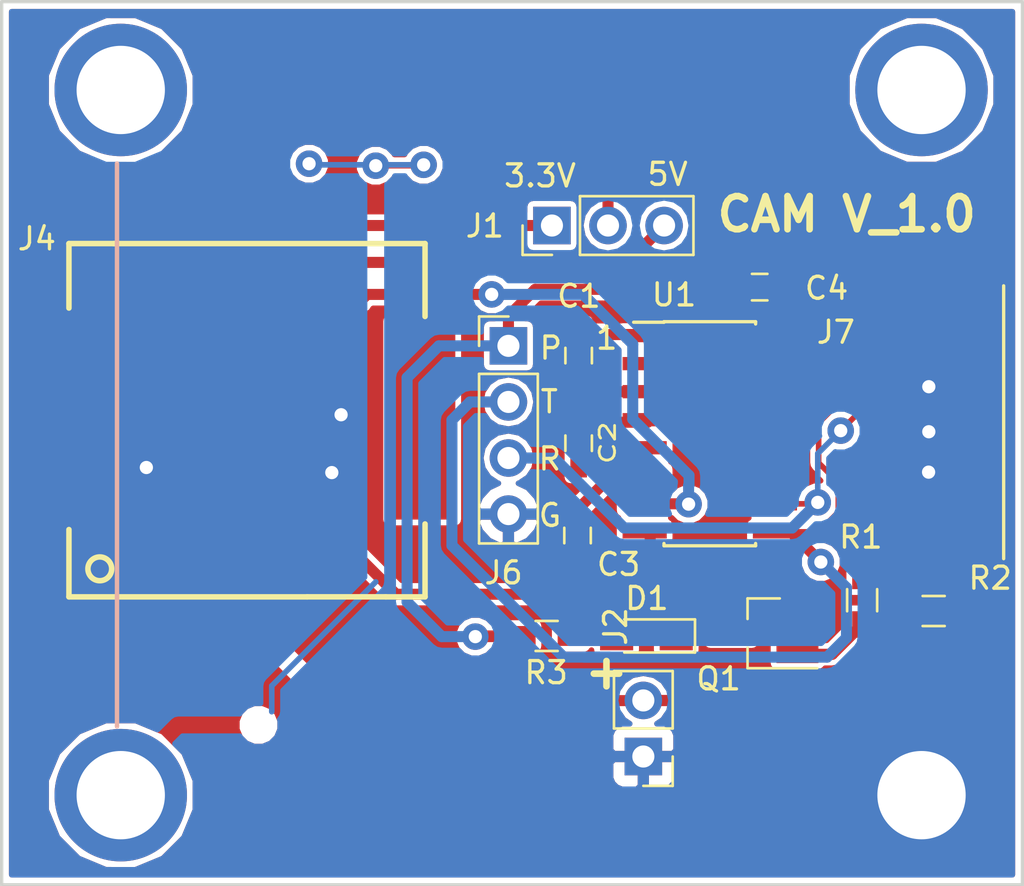
<source format=kicad_pcb>
(kicad_pcb (version 4) (host pcbnew 4.0.6)

  (general
    (links 35)
    (no_connects 1)
    (area 31.859999 23.799999 80.530002 68.140002)
    (thickness 1.6)
    (drawings 14)
    (tracks 208)
    (zones 0)
    (modules 15)
    (nets 33)
  )

  (page A4)
  (layers
    (0 F.Cu signal)
    (31 B.Cu signal)
    (32 B.Adhes user hide)
    (33 F.Adhes user hide)
    (34 B.Paste user hide)
    (35 F.Paste user hide)
    (36 B.SilkS user)
    (37 F.SilkS user)
    (38 B.Mask user)
    (39 F.Mask user)
    (40 Dwgs.User user hide)
    (41 Cmts.User user)
    (42 Eco1.User user)
    (43 Eco2.User user)
    (44 Edge.Cuts user)
    (45 Margin user)
    (46 B.CrtYd user)
    (47 F.CrtYd user)
    (48 B.Fab user hide)
    (49 F.Fab user hide)
  )

  (setup
    (last_trace_width 0.5)
    (trace_clearance 0.2)
    (zone_clearance 0.254)
    (zone_45_only no)
    (trace_min 0.2)
    (segment_width 0.2)
    (edge_width 0.15)
    (via_size 1.2)
    (via_drill 0.6)
    (via_min_size 0.4)
    (via_min_drill 0.3)
    (uvia_size 0.3)
    (uvia_drill 0.1)
    (uvias_allowed no)
    (uvia_min_size 0.2)
    (uvia_min_drill 0.1)
    (pcb_text_width 0.3)
    (pcb_text_size 1.5 1.5)
    (mod_edge_width 0.15)
    (mod_text_size 1 1)
    (mod_text_width 0.15)
    (pad_size 2 0.6)
    (pad_drill 0)
    (pad_to_mask_clearance 0.2)
    (aux_axis_origin 0 0)
    (visible_elements 7FFFFFFF)
    (pcbplotparams
      (layerselection 0x010f0_80000001)
      (usegerberextensions false)
      (excludeedgelayer false)
      (linewidth 0.100000)
      (plotframeref false)
      (viasonmask false)
      (mode 1)
      (useauxorigin false)
      (hpglpennumber 1)
      (hpglpenspeed 20)
      (hpglpendiameter 15)
      (hpglpenoverlay 2)
      (psnegative false)
      (psa4output false)
      (plotreference true)
      (plotvalue false)
      (plotinvisibletext false)
      (padsonsilk false)
      (subtractmaskfromsilk false)
      (outputformat 1)
      (mirror false)
      (drillshape 0)
      (scaleselection 1)
      (outputdirectory Gerber/))
  )

  (net 0 "")
  (net 1 "Net-(C1-Pad1)")
  (net 2 "Net-(C1-Pad2)")
  (net 3 "Net-(C2-Pad1)")
  (net 4 "Net-(C2-Pad2)")
  (net 5 GND)
  (net 6 "Net-(C3-Pad2)")
  (net 7 "Net-(C4-Pad1)")
  (net 8 /POWER)
  (net 9 "Net-(D1-Pad2)")
  (net 10 "Net-(D1-Pad1)")
  (net 11 +3V3)
  (net 12 +5V)
  (net 13 /TRIG)
  (net 14 "Net-(J4-Pad2)")
  (net 15 /A)
  (net 16 /B)
  (net 17 "Net-(J4-Pad7)")
  (net 18 "Net-(J4-Pad9)")
  (net 19 "Net-(J7-Pad11)")
  (net 20 "Net-(J7-Pad10)")
  (net 21 /PITO)
  (net 22 "Net-(J7-Pad8)")
  (net 23 "Net-(J7-Pad7)")
  (net 24 "Net-(J7-Pad6)")
  (net 25 /RX_QR)
  (net 26 /TX_QR)
  (net 27 "Net-(J7-Pad1)")
  (net 28 "Net-(Q1-Pad1)")
  (net 29 "Net-(U1-Pad11)")
  (net 30 "Net-(U1-Pad12)")
  (net 31 "Net-(U1-Pad13)")
  (net 32 "Net-(U1-Pad14)")

  (net_class Default "Esta es la clase de red por defecto."
    (clearance 0.2)
    (trace_width 0.5)
    (via_dia 1.2)
    (via_drill 0.6)
    (uvia_dia 0.3)
    (uvia_drill 0.1)
    (add_net +3V3)
    (add_net +5V)
    (add_net /A)
    (add_net /B)
    (add_net /PITO)
    (add_net /POWER)
    (add_net /RX_QR)
    (add_net /TRIG)
    (add_net /TX_QR)
    (add_net GND)
    (add_net "Net-(C1-Pad1)")
    (add_net "Net-(C1-Pad2)")
    (add_net "Net-(C2-Pad1)")
    (add_net "Net-(C2-Pad2)")
    (add_net "Net-(C3-Pad2)")
    (add_net "Net-(C4-Pad1)")
    (add_net "Net-(D1-Pad1)")
    (add_net "Net-(D1-Pad2)")
    (add_net "Net-(J4-Pad2)")
    (add_net "Net-(J4-Pad7)")
    (add_net "Net-(J4-Pad9)")
    (add_net "Net-(J7-Pad1)")
    (add_net "Net-(J7-Pad10)")
    (add_net "Net-(J7-Pad11)")
    (add_net "Net-(J7-Pad6)")
    (add_net "Net-(J7-Pad7)")
    (add_net "Net-(J7-Pad8)")
    (add_net "Net-(Q1-Pad1)")
    (add_net "Net-(U1-Pad11)")
    (add_net "Net-(U1-Pad12)")
    (add_net "Net-(U1-Pad13)")
    (add_net "Net-(U1-Pad14)")
  )

  (module RJ45-8p8c:8p8c-RJ45 (layer F.Cu) (tedit 595C2E0C) (tstamp 595CF96E)
    (at 35.714 44.958 270)
    (path /595E01F9)
    (fp_text reference J4 (at -8.218 1.454 360) (layer F.SilkS)
      (effects (font (size 1 1) (thickness 0.15)))
    )
    (fp_text value RJ45 (at -0.127 -2.413 270) (layer F.Fab) hide
      (effects (font (size 1 1) (thickness 0.15)))
    )
    (fp_circle (center 6.731 -1.397) (end 6.35 -1.778) (layer F.SilkS) (width 0.25))
    (fp_line (start 8.001 -10.795) (end 8.001 0) (layer F.SilkS) (width 0.25))
    (fp_line (start 8.001 0) (end 4.953 0) (layer F.SilkS) (width 0.25))
    (fp_line (start 4.699 -16.129) (end 8.001 -16.129) (layer F.SilkS) (width 0.25))
    (fp_line (start 8.001 -16.129) (end 8.001 -14.351) (layer F.SilkS) (width 0.25))
    (fp_line (start -8.001 -16.129) (end -4.699 -16.129) (layer F.SilkS) (width 0.25))
    (fp_line (start -8.001 -2.159) (end -8.001 0) (layer F.SilkS) (width 0.25))
    (fp_line (start -8.001 0) (end -5.08 0) (layer F.SilkS) (width 0.25))
    (fp_line (start 8 -14.351) (end 8 -10.795) (layer F.SilkS) (width 0.25))
    (fp_line (start -8 -16.129) (end -8 -2.032) (layer F.SilkS) (width 0.25))
    (pad 1 smd rect (at 4.445 0 270) (size 0.6 3.4) (layers F.Cu F.Paste F.Mask)
      (net 13 /TRIG))
    (pad 2 smd rect (at 3.175 0 270) (size 0.6 3.4) (layers F.Cu F.Paste F.Mask)
      (net 14 "Net-(J4-Pad2)"))
    (pad 3 smd rect (at 1.905 0 270) (size 0.6 3.4) (layers F.Cu F.Paste F.Mask)
      (net 5 GND))
    (pad 4 smd rect (at 0.635 0 270) (size 0.6 3.4) (layers F.Cu F.Paste F.Mask)
      (net 15 /A))
    (pad 5 smd rect (at -0.635 0 270) (size 0.6 3.4) (layers F.Cu F.Paste F.Mask)
      (net 16 /B))
    (pad 6 smd rect (at -1.905 0 270) (size 0.6 3.4) (layers F.Cu F.Paste F.Mask)
      (net 12 +5V))
    (pad 7 smd rect (at -3.175 0 270) (size 0.6 3.4) (layers F.Cu F.Paste F.Mask)
      (net 17 "Net-(J4-Pad7)"))
    (pad 8 smd rect (at -4.445 0 270) (size 0.6 3.4) (layers F.Cu F.Paste F.Mask)
      (net 11 +3V3))
    (pad 9 smd rect (at 0 -16 270) (size 9 3) (layers F.Cu F.Paste F.Mask)
      (net 18 "Net-(J4-Pad9)"))
  )

  (module Housings_SOIC:SOIC-16_3.9x9.9mm_Pitch1.27mm (layer F.Cu) (tedit 596384F4) (tstamp 595CFA1C)
    (at 64.74 45.57)
    (descr "16-Lead Plastic Small Outline (SL) - Narrow, 3.90 mm Body [SOIC] (see Microchip Packaging Specification 00000049BS.pdf)")
    (tags "SOIC 1.27")
    (path /595E0A57)
    (attr smd)
    (fp_text reference U1 (at -1.62 -6.29) (layer F.SilkS)
      (effects (font (size 1 1) (thickness 0.15)))
    )
    (fp_text value Max232 (at 0 6) (layer F.Fab)
      (effects (font (size 1 1) (thickness 0.15)))
    )
    (fp_text user %R (at 0 0) (layer F.Fab)
      (effects (font (size 0.9 0.9) (thickness 0.135)))
    )
    (fp_line (start -0.95 -4.95) (end 1.95 -4.95) (layer F.Fab) (width 0.15))
    (fp_line (start 1.95 -4.95) (end 1.95 4.95) (layer F.Fab) (width 0.15))
    (fp_line (start 1.95 4.95) (end -1.95 4.95) (layer F.Fab) (width 0.15))
    (fp_line (start -1.95 4.95) (end -1.95 -3.95) (layer F.Fab) (width 0.15))
    (fp_line (start -1.95 -3.95) (end -0.95 -4.95) (layer F.Fab) (width 0.15))
    (fp_line (start -3.7 -5.25) (end -3.7 5.25) (layer F.CrtYd) (width 0.05))
    (fp_line (start 3.7 -5.25) (end 3.7 5.25) (layer F.CrtYd) (width 0.05))
    (fp_line (start -3.7 -5.25) (end 3.7 -5.25) (layer F.CrtYd) (width 0.05))
    (fp_line (start -3.7 5.25) (end 3.7 5.25) (layer F.CrtYd) (width 0.05))
    (fp_line (start -2.075 -5.075) (end -2.075 -5.05) (layer F.SilkS) (width 0.15))
    (fp_line (start 2.075 -5.075) (end 2.075 -4.97) (layer F.SilkS) (width 0.15))
    (fp_line (start 2.075 5.075) (end 2.075 4.97) (layer F.SilkS) (width 0.15))
    (fp_line (start -2.075 5.075) (end -2.075 4.97) (layer F.SilkS) (width 0.15))
    (fp_line (start -2.075 -5.075) (end 2.075 -5.075) (layer F.SilkS) (width 0.15))
    (fp_line (start -2.075 5.075) (end 2.075 5.075) (layer F.SilkS) (width 0.15))
    (fp_line (start -2.075 -5.05) (end -3.45 -5.05) (layer F.SilkS) (width 0.15))
    (pad 1 smd rect (at -2.7 -4.445) (size 2 0.6) (drill (offset -0.25 0)) (layers F.Cu F.Paste F.Mask)
      (net 1 "Net-(C1-Pad1)"))
    (pad 2 smd rect (at -2.7 -3.175) (size 2 0.6) (drill (offset -0.25 0)) (layers F.Cu F.Paste F.Mask)
      (net 7 "Net-(C4-Pad1)"))
    (pad 3 smd rect (at -2.7 -1.905) (size 2 0.6) (drill (offset -0.25 0)) (layers F.Cu F.Paste F.Mask)
      (net 2 "Net-(C1-Pad2)"))
    (pad 4 smd rect (at -2.7 -0.635) (size 2 0.6) (drill (offset -0.25 0)) (layers F.Cu F.Paste F.Mask)
      (net 3 "Net-(C2-Pad1)"))
    (pad 5 smd rect (at -2.7 0.635) (size 2 0.6) (drill (offset -0.25 0)) (layers F.Cu F.Paste F.Mask)
      (net 4 "Net-(C2-Pad2)"))
    (pad 6 smd rect (at -2.7 1.905) (size 2 0.6) (drill (offset -0.25 0)) (layers F.Cu F.Paste F.Mask)
      (net 6 "Net-(C3-Pad2)"))
    (pad 7 smd rect (at -2.7 3.175) (size 2 0.6) (drill (offset -0.25 0)) (layers F.Cu F.Paste F.Mask)
      (net 16 /B))
    (pad 8 smd rect (at -2.7 4.445) (size 2 0.6) (drill (offset -0.25 0)) (layers F.Cu F.Paste F.Mask)
      (net 15 /A))
    (pad 9 smd rect (at 2.7 4.445) (size 2 0.6) (drill (offset 0.25 0)) (layers F.Cu F.Paste F.Mask)
      (net 26 /TX_QR))
    (pad 10 smd rect (at 2.7 3.175) (size 2 0.6) (drill (offset 0.25 0)) (layers F.Cu F.Paste F.Mask)
      (net 25 /RX_QR))
    (pad 11 smd rect (at 2.7 1.905) (size 2 0.6) (drill (offset 0.25 0)) (layers F.Cu F.Paste F.Mask)
      (net 29 "Net-(U1-Pad11)"))
    (pad 12 smd rect (at 2.7 0.635) (size 2 0.6) (drill (offset 0.25 0)) (layers F.Cu F.Paste F.Mask)
      (net 30 "Net-(U1-Pad12)"))
    (pad 13 smd rect (at 2.7 -0.635) (size 2 0.6) (drill (offset 0.25 0)) (layers F.Cu F.Paste F.Mask)
      (net 31 "Net-(U1-Pad13)"))
    (pad 14 smd rect (at 2.7 -1.905) (size 2 0.6) (drill (offset 0.25 0)) (layers F.Cu F.Paste F.Mask)
      (net 32 "Net-(U1-Pad14)"))
    (pad 15 smd rect (at 2.7 -3.175) (size 2 0.6) (drill (offset 0.25 0)) (layers F.Cu F.Paste F.Mask)
      (net 5 GND))
    (pad 16 smd rect (at 2.7 -4.445) (size 2 0.6) (drill (offset 0.25 0)) (layers F.Cu F.Paste F.Mask)
      (net 8 /POWER))
    (model Housings_SOIC.3dshapes/SOIC-16_3.9x9.9mm_Pitch1.27mm.wrl
      (at (xyz 0 0 0))
      (scale (xyz 1 1 1))
      (rotate (xyz 0 0 0))
    )
  )

  (module Resistors_SMD:R_0603_HandSoldering (layer F.Cu) (tedit 595C2DA0) (tstamp 595CFA0C)
    (at 57.35 54.73)
    (descr "Resistor SMD 0603, hand soldering")
    (tags "resistor 0603")
    (path /595DF7DC)
    (attr smd)
    (fp_text reference R3 (at -0.022 1.66) (layer F.SilkS)
      (effects (font (size 1 1) (thickness 0.15)))
    )
    (fp_text value 1K (at 0 1.55) (layer F.Fab)
      (effects (font (size 1 1) (thickness 0.15)))
    )
    (fp_text user %R (at 0 0) (layer F.Fab)
      (effects (font (size 0.5 0.5) (thickness 0.075)))
    )
    (fp_line (start -0.8 0.4) (end -0.8 -0.4) (layer F.Fab) (width 0.1))
    (fp_line (start 0.8 0.4) (end -0.8 0.4) (layer F.Fab) (width 0.1))
    (fp_line (start 0.8 -0.4) (end 0.8 0.4) (layer F.Fab) (width 0.1))
    (fp_line (start -0.8 -0.4) (end 0.8 -0.4) (layer F.Fab) (width 0.1))
    (fp_line (start 0.5 0.68) (end -0.5 0.68) (layer F.SilkS) (width 0.12))
    (fp_line (start -0.5 -0.68) (end 0.5 -0.68) (layer F.SilkS) (width 0.12))
    (fp_line (start -1.96 -0.7) (end 1.95 -0.7) (layer F.CrtYd) (width 0.05))
    (fp_line (start -1.96 -0.7) (end -1.96 0.7) (layer F.CrtYd) (width 0.05))
    (fp_line (start 1.95 0.7) (end 1.95 -0.7) (layer F.CrtYd) (width 0.05))
    (fp_line (start 1.95 0.7) (end -1.96 0.7) (layer F.CrtYd) (width 0.05))
    (pad 1 smd rect (at -1.1 0) (size 1.2 0.9) (layers F.Cu F.Paste F.Mask)
      (net 8 /POWER))
    (pad 2 smd rect (at 1.1 0) (size 1.2 0.9) (layers F.Cu F.Paste F.Mask)
      (net 9 "Net-(D1-Pad2)"))
    (model ${KISYS3DMOD}/Resistors_SMD.3dshapes/R_0603.wrl
      (at (xyz 0 0 0))
      (scale (xyz 1 1 1))
      (rotate (xyz 0 0 0))
    )
  )

  (module Resistors_SMD:R_0603_HandSoldering (layer F.Cu) (tedit 58E0A804) (tstamp 595CF9FC)
    (at 74.88 53.6 180)
    (descr "Resistor SMD 0603, hand soldering")
    (tags "resistor 0603")
    (path /595DEFE5)
    (attr smd)
    (fp_text reference R2 (at -2.56 1.49 180) (layer F.SilkS)
      (effects (font (size 1 1) (thickness 0.15)))
    )
    (fp_text value 1K (at 0 1.55 180) (layer F.Fab)
      (effects (font (size 1 1) (thickness 0.15)))
    )
    (fp_text user %R (at 0 0 180) (layer F.Fab)
      (effects (font (size 0.5 0.5) (thickness 0.075)))
    )
    (fp_line (start -0.8 0.4) (end -0.8 -0.4) (layer F.Fab) (width 0.1))
    (fp_line (start 0.8 0.4) (end -0.8 0.4) (layer F.Fab) (width 0.1))
    (fp_line (start 0.8 -0.4) (end 0.8 0.4) (layer F.Fab) (width 0.1))
    (fp_line (start -0.8 -0.4) (end 0.8 -0.4) (layer F.Fab) (width 0.1))
    (fp_line (start 0.5 0.68) (end -0.5 0.68) (layer F.SilkS) (width 0.12))
    (fp_line (start -0.5 -0.68) (end 0.5 -0.68) (layer F.SilkS) (width 0.12))
    (fp_line (start -1.96 -0.7) (end 1.95 -0.7) (layer F.CrtYd) (width 0.05))
    (fp_line (start -1.96 -0.7) (end -1.96 0.7) (layer F.CrtYd) (width 0.05))
    (fp_line (start 1.95 0.7) (end 1.95 -0.7) (layer F.CrtYd) (width 0.05))
    (fp_line (start 1.95 0.7) (end -1.96 0.7) (layer F.CrtYd) (width 0.05))
    (pad 1 smd rect (at -1.1 0 180) (size 1.2 0.9) (layers F.Cu F.Paste F.Mask)
      (net 8 /POWER))
    (pad 2 smd rect (at 1.1 0 180) (size 1.2 0.9) (layers F.Cu F.Paste F.Mask)
      (net 13 /TRIG))
    (model ${KISYS3DMOD}/Resistors_SMD.3dshapes/R_0603.wrl
      (at (xyz 0 0 0))
      (scale (xyz 1 1 1))
      (rotate (xyz 0 0 0))
    )
  )

  (module Resistors_SMD:R_0603_HandSoldering (layer F.Cu) (tedit 595C2DD9) (tstamp 595CF9EC)
    (at 71.64 53.11 90)
    (descr "Resistor SMD 0603, hand soldering")
    (tags "resistor 0603")
    (path /595DF363)
    (attr smd)
    (fp_text reference R1 (at 2.86 -0.06 180) (layer F.SilkS)
      (effects (font (size 1 1) (thickness 0.15)))
    )
    (fp_text value 330 (at 0 1.55 90) (layer F.Fab)
      (effects (font (size 1 1) (thickness 0.15)))
    )
    (fp_text user %R (at 0 0 90) (layer F.Fab)
      (effects (font (size 0.5 0.5) (thickness 0.075)))
    )
    (fp_line (start -0.8 0.4) (end -0.8 -0.4) (layer F.Fab) (width 0.1))
    (fp_line (start 0.8 0.4) (end -0.8 0.4) (layer F.Fab) (width 0.1))
    (fp_line (start 0.8 -0.4) (end 0.8 0.4) (layer F.Fab) (width 0.1))
    (fp_line (start -0.8 -0.4) (end 0.8 -0.4) (layer F.Fab) (width 0.1))
    (fp_line (start 0.5 0.68) (end -0.5 0.68) (layer F.SilkS) (width 0.12))
    (fp_line (start -0.5 -0.68) (end 0.5 -0.68) (layer F.SilkS) (width 0.12))
    (fp_line (start -1.96 -0.7) (end 1.95 -0.7) (layer F.CrtYd) (width 0.05))
    (fp_line (start -1.96 -0.7) (end -1.96 0.7) (layer F.CrtYd) (width 0.05))
    (fp_line (start 1.95 0.7) (end 1.95 -0.7) (layer F.CrtYd) (width 0.05))
    (fp_line (start 1.95 0.7) (end -1.96 0.7) (layer F.CrtYd) (width 0.05))
    (pad 1 smd rect (at -1.1 0 90) (size 1.2 0.9) (layers F.Cu F.Paste F.Mask)
      (net 28 "Net-(Q1-Pad1)"))
    (pad 2 smd rect (at 1.1 0 90) (size 1.2 0.9) (layers F.Cu F.Paste F.Mask)
      (net 21 /PITO))
    (model ${KISYS3DMOD}/Resistors_SMD.3dshapes/R_0603.wrl
      (at (xyz 0 0 0))
      (scale (xyz 1 1 1))
      (rotate (xyz 0 0 0))
    )
  )

  (module TO_SOT_Packages_SMD:SOT-23_Handsoldering (layer F.Cu) (tedit 595C2DD2) (tstamp 595CF9D8)
    (at 67.21 54.61 180)
    (descr "SOT-23, Handsoldering")
    (tags SOT-23)
    (path /595DF43E)
    (attr smd)
    (fp_text reference Q1 (at 2.07 -2.06 180) (layer F.SilkS)
      (effects (font (size 1 1) (thickness 0.15)))
    )
    (fp_text value MMBT2222L (at 0 2.5 180) (layer F.Fab)
      (effects (font (size 1 1) (thickness 0.15)))
    )
    (fp_text user %R (at 0 0 180) (layer F.Fab)
      (effects (font (size 0.5 0.5) (thickness 0.075)))
    )
    (fp_line (start 0.76 1.58) (end 0.76 0.65) (layer F.SilkS) (width 0.12))
    (fp_line (start 0.76 -1.58) (end 0.76 -0.65) (layer F.SilkS) (width 0.12))
    (fp_line (start -2.7 -1.75) (end 2.7 -1.75) (layer F.CrtYd) (width 0.05))
    (fp_line (start 2.7 -1.75) (end 2.7 1.75) (layer F.CrtYd) (width 0.05))
    (fp_line (start 2.7 1.75) (end -2.7 1.75) (layer F.CrtYd) (width 0.05))
    (fp_line (start -2.7 1.75) (end -2.7 -1.75) (layer F.CrtYd) (width 0.05))
    (fp_line (start 0.76 -1.58) (end -2.4 -1.58) (layer F.SilkS) (width 0.12))
    (fp_line (start -0.7 -0.95) (end -0.7 1.5) (layer F.Fab) (width 0.1))
    (fp_line (start -0.15 -1.52) (end 0.7 -1.52) (layer F.Fab) (width 0.1))
    (fp_line (start -0.7 -0.95) (end -0.15 -1.52) (layer F.Fab) (width 0.1))
    (fp_line (start 0.7 -1.52) (end 0.7 1.52) (layer F.Fab) (width 0.1))
    (fp_line (start -0.7 1.52) (end 0.7 1.52) (layer F.Fab) (width 0.1))
    (fp_line (start 0.76 1.58) (end -0.7 1.58) (layer F.SilkS) (width 0.12))
    (pad 1 smd rect (at -1.5 -0.95 180) (size 1.9 0.8) (layers F.Cu F.Paste F.Mask)
      (net 28 "Net-(Q1-Pad1)"))
    (pad 2 smd rect (at -1.5 0.95 180) (size 1.9 0.8) (layers F.Cu F.Paste F.Mask)
      (net 5 GND))
    (pad 3 smd rect (at 1.5 0 180) (size 1.9 0.8) (layers F.Cu F.Paste F.Mask)
      (net 10 "Net-(D1-Pad1)"))
    (model ${KISYS3DMOD}/TO_SOT_Packages_SMD.3dshapes\SOT-23.wrl
      (at (xyz 0 0 0))
      (scale (xyz 1 1 1))
      (rotate (xyz 0 0 0))
    )
  )

  (module Socket_Strips:Socket_Strip_Straight_1x02_Pitch2.54mm (layer F.Cu) (tedit 595C2FEC) (tstamp 595CF946)
    (at 61.73 60.19 180)
    (descr "Through hole straight socket strip, 1x02, 2.54mm pitch, single row")
    (tags "Through hole socket strip THT 1x02 2.54mm single row")
    (path /595DEEED)
    (fp_text reference J2 (at 1.26 5.89 270) (layer F.SilkS)
      (effects (font (size 1 1) (thickness 0.15)))
    )
    (fp_text value Pulsador (at 0 4.87 180) (layer F.Fab)
      (effects (font (size 1 1) (thickness 0.15)))
    )
    (fp_line (start -1.27 -1.27) (end -1.27 3.81) (layer F.Fab) (width 0.1))
    (fp_line (start -1.27 3.81) (end 1.27 3.81) (layer F.Fab) (width 0.1))
    (fp_line (start 1.27 3.81) (end 1.27 -1.27) (layer F.Fab) (width 0.1))
    (fp_line (start 1.27 -1.27) (end -1.27 -1.27) (layer F.Fab) (width 0.1))
    (fp_line (start -1.33 1.27) (end -1.33 3.87) (layer F.SilkS) (width 0.12))
    (fp_line (start -1.33 3.87) (end 1.33 3.87) (layer F.SilkS) (width 0.12))
    (fp_line (start 1.33 3.87) (end 1.33 1.27) (layer F.SilkS) (width 0.12))
    (fp_line (start 1.33 1.27) (end -1.33 1.27) (layer F.SilkS) (width 0.12))
    (fp_line (start -1.33 0) (end -1.33 -1.33) (layer F.SilkS) (width 0.12))
    (fp_line (start -1.33 -1.33) (end 0 -1.33) (layer F.SilkS) (width 0.12))
    (fp_line (start -1.8 -1.8) (end -1.8 4.35) (layer F.CrtYd) (width 0.05))
    (fp_line (start -1.8 4.35) (end 1.8 4.35) (layer F.CrtYd) (width 0.05))
    (fp_line (start 1.8 4.35) (end 1.8 -1.8) (layer F.CrtYd) (width 0.05))
    (fp_line (start 1.8 -1.8) (end -1.8 -1.8) (layer F.CrtYd) (width 0.05))
    (fp_text user %R (at 0 -2.33 180) (layer F.Fab)
      (effects (font (size 1 1) (thickness 0.15)))
    )
    (pad 1 thru_hole rect (at 0 0 180) (size 1.7 1.7) (drill 1) (layers *.Cu *.Mask)
      (net 5 GND))
    (pad 2 thru_hole oval (at 0 2.54 180) (size 1.7 1.7) (drill 1) (layers *.Cu *.Mask)
      (net 13 /TRIG))
    (model ${KISYS3DMOD}/Socket_Strips.3dshapes/Socket_Strip_Straight_1x02_Pitch2.54mm.wrl
      (at (xyz 0 -0.05 0))
      (scale (xyz 1 1 1))
      (rotate (xyz 0 0 270))
    )
  )

  (module Socket_Strips:Socket_Strip_Straight_1x03_Pitch2.54mm (layer F.Cu) (tedit 595C3075) (tstamp 595CF931)
    (at 57.59 36.14 90)
    (descr "Through hole straight socket strip, 1x03, 2.54mm pitch, single row")
    (tags "Through hole socket strip THT 1x03 2.54mm single row")
    (path /595DE716)
    (fp_text reference J1 (at -0.02 -3.04 180) (layer F.SilkS)
      (effects (font (size 1 1) (thickness 0.15)))
    )
    (fp_text value SEL_POWER (at 0 7.41 90) (layer F.Fab)
      (effects (font (size 1 1) (thickness 0.15)))
    )
    (fp_line (start -1.27 -1.27) (end -1.27 6.35) (layer F.Fab) (width 0.1))
    (fp_line (start -1.27 6.35) (end 1.27 6.35) (layer F.Fab) (width 0.1))
    (fp_line (start 1.27 6.35) (end 1.27 -1.27) (layer F.Fab) (width 0.1))
    (fp_line (start 1.27 -1.27) (end -1.27 -1.27) (layer F.Fab) (width 0.1))
    (fp_line (start -1.33 1.27) (end -1.33 6.41) (layer F.SilkS) (width 0.12))
    (fp_line (start -1.33 6.41) (end 1.33 6.41) (layer F.SilkS) (width 0.12))
    (fp_line (start 1.33 6.41) (end 1.33 1.27) (layer F.SilkS) (width 0.12))
    (fp_line (start 1.33 1.27) (end -1.33 1.27) (layer F.SilkS) (width 0.12))
    (fp_line (start -1.33 0) (end -1.33 -1.33) (layer F.SilkS) (width 0.12))
    (fp_line (start -1.33 -1.33) (end 0 -1.33) (layer F.SilkS) (width 0.12))
    (fp_line (start -1.8 -1.8) (end -1.8 6.85) (layer F.CrtYd) (width 0.05))
    (fp_line (start -1.8 6.85) (end 1.8 6.85) (layer F.CrtYd) (width 0.05))
    (fp_line (start 1.8 6.85) (end 1.8 -1.8) (layer F.CrtYd) (width 0.05))
    (fp_line (start 1.8 -1.8) (end -1.8 -1.8) (layer F.CrtYd) (width 0.05))
    (fp_text user %R (at 0 -2.33 90) (layer F.Fab)
      (effects (font (size 1 1) (thickness 0.15)))
    )
    (pad 1 thru_hole rect (at 0 0 90) (size 1.7 1.7) (drill 1) (layers *.Cu *.Mask)
      (net 11 +3V3))
    (pad 2 thru_hole oval (at 0 2.54 90) (size 1.7 1.7) (drill 1) (layers *.Cu *.Mask)
      (net 8 /POWER))
    (pad 3 thru_hole oval (at 0 5.08 90) (size 1.7 1.7) (drill 1) (layers *.Cu *.Mask)
      (net 12 +5V))
    (model ${KISYS3DMOD}/Socket_Strips.3dshapes/Socket_Strip_Straight_1x03_Pitch2.54mm.wrl
      (at (xyz 0 -0.1 0))
      (scale (xyz 1 1 1))
      (rotate (xyz 0 0 270))
    )
  )

  (module Capacitors_SMD:C_0603_HandSoldering (layer F.Cu) (tedit 595C2DAC) (tstamp 595CF90D)
    (at 67 38.93)
    (descr "Capacitor SMD 0603, hand soldering")
    (tags "capacitor 0603")
    (path /595E5058)
    (attr smd)
    (fp_text reference C4 (at 3.03 0.05) (layer F.SilkS)
      (effects (font (size 1 1) (thickness 0.15)))
    )
    (fp_text value CP1 (at 0 1.5) (layer F.Fab)
      (effects (font (size 1 1) (thickness 0.15)))
    )
    (fp_text user %R (at 0 -1.25) (layer F.Fab)
      (effects (font (size 1 1) (thickness 0.15)))
    )
    (fp_line (start -0.8 0.4) (end -0.8 -0.4) (layer F.Fab) (width 0.1))
    (fp_line (start 0.8 0.4) (end -0.8 0.4) (layer F.Fab) (width 0.1))
    (fp_line (start 0.8 -0.4) (end 0.8 0.4) (layer F.Fab) (width 0.1))
    (fp_line (start -0.8 -0.4) (end 0.8 -0.4) (layer F.Fab) (width 0.1))
    (fp_line (start -0.35 -0.6) (end 0.35 -0.6) (layer F.SilkS) (width 0.12))
    (fp_line (start 0.35 0.6) (end -0.35 0.6) (layer F.SilkS) (width 0.12))
    (fp_line (start -1.8 -0.65) (end 1.8 -0.65) (layer F.CrtYd) (width 0.05))
    (fp_line (start -1.8 -0.65) (end -1.8 0.65) (layer F.CrtYd) (width 0.05))
    (fp_line (start 1.8 0.65) (end 1.8 -0.65) (layer F.CrtYd) (width 0.05))
    (fp_line (start 1.8 0.65) (end -1.8 0.65) (layer F.CrtYd) (width 0.05))
    (pad 1 smd rect (at -0.95 0) (size 1.2 0.75) (layers F.Cu F.Paste F.Mask)
      (net 7 "Net-(C4-Pad1)"))
    (pad 2 smd rect (at 0.95 0) (size 1.2 0.75) (layers F.Cu F.Paste F.Mask)
      (net 8 /POWER))
    (model Capacitors_SMD.3dshapes/C_0603.wrl
      (at (xyz 0 0 0))
      (scale (xyz 1 1 1))
      (rotate (xyz 0 0 0))
    )
  )

  (module Capacitors_SMD:C_0603_HandSoldering (layer F.Cu) (tedit 595C2DCE) (tstamp 595CF8FD)
    (at 58.75 50.18 90)
    (descr "Capacitor SMD 0603, hand soldering")
    (tags "capacitor 0603")
    (path /595E54D6)
    (attr smd)
    (fp_text reference C3 (at -1.31 1.86 180) (layer F.SilkS)
      (effects (font (size 1 1) (thickness 0.15)))
    )
    (fp_text value CP1 (at 0 1.5 90) (layer F.Fab)
      (effects (font (size 1 1) (thickness 0.15)))
    )
    (fp_text user %R (at 0 -1.25 90) (layer F.Fab)
      (effects (font (size 1 1) (thickness 0.15)))
    )
    (fp_line (start -0.8 0.4) (end -0.8 -0.4) (layer F.Fab) (width 0.1))
    (fp_line (start 0.8 0.4) (end -0.8 0.4) (layer F.Fab) (width 0.1))
    (fp_line (start 0.8 -0.4) (end 0.8 0.4) (layer F.Fab) (width 0.1))
    (fp_line (start -0.8 -0.4) (end 0.8 -0.4) (layer F.Fab) (width 0.1))
    (fp_line (start -0.35 -0.6) (end 0.35 -0.6) (layer F.SilkS) (width 0.12))
    (fp_line (start 0.35 0.6) (end -0.35 0.6) (layer F.SilkS) (width 0.12))
    (fp_line (start -1.8 -0.65) (end 1.8 -0.65) (layer F.CrtYd) (width 0.05))
    (fp_line (start -1.8 -0.65) (end -1.8 0.65) (layer F.CrtYd) (width 0.05))
    (fp_line (start 1.8 0.65) (end 1.8 -0.65) (layer F.CrtYd) (width 0.05))
    (fp_line (start 1.8 0.65) (end -1.8 0.65) (layer F.CrtYd) (width 0.05))
    (pad 1 smd rect (at -0.95 0 90) (size 1.2 0.75) (layers F.Cu F.Paste F.Mask)
      (net 5 GND))
    (pad 2 smd rect (at 0.95 0 90) (size 1.2 0.75) (layers F.Cu F.Paste F.Mask)
      (net 6 "Net-(C3-Pad2)"))
    (model Capacitors_SMD.3dshapes/C_0603.wrl
      (at (xyz 0 0 0))
      (scale (xyz 1 1 1))
      (rotate (xyz 0 0 0))
    )
  )

  (module Capacitors_SMD:C_0603_HandSoldering (layer F.Cu) (tedit 59935017) (tstamp 595CF8ED)
    (at 58.8 46 270)
    (descr "Capacitor SMD 0603, hand soldering")
    (tags "capacitor 0603")
    (path /595E53CA)
    (attr smd)
    (fp_text reference C2 (at -0.02 -1.31 270) (layer F.SilkS)
      (effects (font (size 0.7 1) (thickness 0.125)))
    )
    (fp_text value CP1 (at 0 1.5 270) (layer F.Fab)
      (effects (font (size 1 1) (thickness 0.15)))
    )
    (fp_text user %R (at 0 -1.25 270) (layer F.Fab)
      (effects (font (size 1 1) (thickness 0.15)))
    )
    (fp_line (start -0.8 0.4) (end -0.8 -0.4) (layer F.Fab) (width 0.1))
    (fp_line (start 0.8 0.4) (end -0.8 0.4) (layer F.Fab) (width 0.1))
    (fp_line (start 0.8 -0.4) (end 0.8 0.4) (layer F.Fab) (width 0.1))
    (fp_line (start -0.8 -0.4) (end 0.8 -0.4) (layer F.Fab) (width 0.1))
    (fp_line (start -0.35 -0.6) (end 0.35 -0.6) (layer F.SilkS) (width 0.12))
    (fp_line (start 0.35 0.6) (end -0.35 0.6) (layer F.SilkS) (width 0.12))
    (fp_line (start -1.8 -0.65) (end 1.8 -0.65) (layer F.CrtYd) (width 0.05))
    (fp_line (start -1.8 -0.65) (end -1.8 0.65) (layer F.CrtYd) (width 0.05))
    (fp_line (start 1.8 0.65) (end 1.8 -0.65) (layer F.CrtYd) (width 0.05))
    (fp_line (start 1.8 0.65) (end -1.8 0.65) (layer F.CrtYd) (width 0.05))
    (pad 1 smd rect (at -0.95 0 270) (size 1.2 0.75) (layers F.Cu F.Paste F.Mask)
      (net 3 "Net-(C2-Pad1)"))
    (pad 2 smd rect (at 0.95 0 270) (size 1.2 0.75) (layers F.Cu F.Paste F.Mask)
      (net 4 "Net-(C2-Pad2)"))
    (model Capacitors_SMD.3dshapes/C_0603.wrl
      (at (xyz 0 0 0))
      (scale (xyz 1 1 1))
      (rotate (xyz 0 0 0))
    )
  )

  (module Capacitors_SMD:C_0603_HandSoldering (layer F.Cu) (tedit 595C2DBD) (tstamp 595CF8DD)
    (at 58.8 42.03 270)
    (descr "Capacitor SMD 0603, hand soldering")
    (tags "capacitor 0603")
    (path /595E5290)
    (attr smd)
    (fp_text reference C1 (at -2.69 -0.01 540) (layer F.SilkS)
      (effects (font (size 1 1) (thickness 0.15)))
    )
    (fp_text value CP1 (at 0 1.5 270) (layer F.Fab)
      (effects (font (size 1 1) (thickness 0.15)))
    )
    (fp_text user %R (at 0 -1.25 270) (layer F.Fab)
      (effects (font (size 1 1) (thickness 0.15)))
    )
    (fp_line (start -0.8 0.4) (end -0.8 -0.4) (layer F.Fab) (width 0.1))
    (fp_line (start 0.8 0.4) (end -0.8 0.4) (layer F.Fab) (width 0.1))
    (fp_line (start 0.8 -0.4) (end 0.8 0.4) (layer F.Fab) (width 0.1))
    (fp_line (start -0.8 -0.4) (end 0.8 -0.4) (layer F.Fab) (width 0.1))
    (fp_line (start -0.35 -0.6) (end 0.35 -0.6) (layer F.SilkS) (width 0.12))
    (fp_line (start 0.35 0.6) (end -0.35 0.6) (layer F.SilkS) (width 0.12))
    (fp_line (start -1.8 -0.65) (end 1.8 -0.65) (layer F.CrtYd) (width 0.05))
    (fp_line (start -1.8 -0.65) (end -1.8 0.65) (layer F.CrtYd) (width 0.05))
    (fp_line (start 1.8 0.65) (end 1.8 -0.65) (layer F.CrtYd) (width 0.05))
    (fp_line (start 1.8 0.65) (end -1.8 0.65) (layer F.CrtYd) (width 0.05))
    (pad 1 smd rect (at -0.95 0 270) (size 1.2 0.75) (layers F.Cu F.Paste F.Mask)
      (net 1 "Net-(C1-Pad1)"))
    (pad 2 smd rect (at 0.95 0 270) (size 1.2 0.75) (layers F.Cu F.Paste F.Mask)
      (net 2 "Net-(C1-Pad2)"))
    (model Capacitors_SMD.3dshapes/C_0603.wrl
      (at (xyz 0 0 0))
      (scale (xyz 1 1 1))
      (rotate (xyz 0 0 0))
    )
  )

  (module Libreria:WR-FPC (layer F.Cu) (tedit 595C2DE2) (tstamp 595CF8CB)
    (at 72.75 51.23 90)
    (descr WR-FPC)
    (tags Conn)
    (path /595DE87F)
    (fp_text reference J7 (at 10.26 -2.3 180) (layer F.SilkS)
      (effects (font (size 1 1) (thickness 0.15)))
    )
    (fp_text value CAM (at 8.63 6.33 90) (layer F.Fab)
      (effects (font (size 1 1) (thickness 0.15)))
    )
    (fp_line (start 0 5.3) (end 12.36 5.3) (layer F.SilkS) (width 0.15))
    (pad 3 smd rect (at 9.66 1 90) (size 2.7 3) (drill (offset 1.2 0.8)) (layers F.Cu F.Paste F.Mask)
      (net 5 GND))
    (pad 3 smd rect (at 0 1 90) (size 2.7 3) (drill (offset 1.2 0.8)) (layers F.Cu F.Paste F.Mask)
      (net 5 GND))
    (pad 12 smd rect (at 3.28 -0.2 90) (size 0.3 1.4) (layers F.Cu F.Paste F.Mask)
      (net 13 /TRIG))
    (pad 11 smd rect (at 3.78 -0.2 90) (size 0.3 1.4) (layers F.Cu F.Paste F.Mask)
      (net 19 "Net-(J7-Pad11)"))
    (pad 10 smd rect (at 4.28 -0.2 90) (size 0.3 1.4) (layers F.Cu F.Paste F.Mask)
      (net 20 "Net-(J7-Pad10)"))
    (pad 9 smd rect (at 4.78 -0.2 90) (size 0.3 1.4) (layers F.Cu F.Paste F.Mask)
      (net 21 /PITO))
    (pad 8 smd rect (at 5.28 -0.2 90) (size 0.3 1.4) (layers F.Cu F.Paste F.Mask)
      (net 22 "Net-(J7-Pad8)"))
    (pad 7 smd rect (at 5.78 -0.2 90) (size 0.3 1.4) (layers F.Cu F.Paste F.Mask)
      (net 23 "Net-(J7-Pad7)"))
    (pad 6 smd rect (at 6.28 -0.2 90) (size 0.3 1.4) (layers F.Cu F.Paste F.Mask)
      (net 24 "Net-(J7-Pad6)"))
    (pad 5 smd rect (at 6.78 -0.2 90) (size 0.3 1.4) (layers F.Cu F.Paste F.Mask)
      (net 25 /RX_QR))
    (pad 4 smd rect (at 7.28 -0.2 90) (size 0.3 1.4) (layers F.Cu F.Paste F.Mask)
      (net 26 /TX_QR))
    (pad 3 smd rect (at 7.78 -0.2 90) (size 0.3 1.4) (layers F.Cu F.Paste F.Mask)
      (net 5 GND))
    (pad 2 smd rect (at 8.28 -0.2 90) (size 0.3 1.4) (layers F.Cu F.Paste F.Mask)
      (net 8 /POWER))
    (pad 1 smd rect (at 8.78 -0.2 90) (size 0.3 1.4) (layers F.Cu F.Paste F.Mask)
      (net 27 "Net-(J7-Pad1)"))
  )

  (module Socket_Strips:Socket_Strip_Straight_1x04_Pitch2.54mm (layer F.Cu) (tedit 58CD5446) (tstamp 599328F0)
    (at 55.62 41.59)
    (descr "Through hole straight socket strip, 1x04, 2.54mm pitch, single row")
    (tags "Through hole socket strip THT 1x04 2.54mm single row")
    (path /59932AF5)
    (fp_text reference J6 (at -0.22 10.28) (layer F.SilkS)
      (effects (font (size 1 1) (thickness 0.15)))
    )
    (fp_text value TTL (at 0 9.95) (layer F.Fab)
      (effects (font (size 1 1) (thickness 0.15)))
    )
    (fp_line (start -1.27 -1.27) (end -1.27 8.89) (layer F.Fab) (width 0.1))
    (fp_line (start -1.27 8.89) (end 1.27 8.89) (layer F.Fab) (width 0.1))
    (fp_line (start 1.27 8.89) (end 1.27 -1.27) (layer F.Fab) (width 0.1))
    (fp_line (start 1.27 -1.27) (end -1.27 -1.27) (layer F.Fab) (width 0.1))
    (fp_line (start -1.33 1.27) (end -1.33 8.95) (layer F.SilkS) (width 0.12))
    (fp_line (start -1.33 8.95) (end 1.33 8.95) (layer F.SilkS) (width 0.12))
    (fp_line (start 1.33 8.95) (end 1.33 1.27) (layer F.SilkS) (width 0.12))
    (fp_line (start 1.33 1.27) (end -1.33 1.27) (layer F.SilkS) (width 0.12))
    (fp_line (start -1.33 0) (end -1.33 -1.33) (layer F.SilkS) (width 0.12))
    (fp_line (start -1.33 -1.33) (end 0 -1.33) (layer F.SilkS) (width 0.12))
    (fp_line (start -1.8 -1.8) (end -1.8 9.4) (layer F.CrtYd) (width 0.05))
    (fp_line (start -1.8 9.4) (end 1.8 9.4) (layer F.CrtYd) (width 0.05))
    (fp_line (start 1.8 9.4) (end 1.8 -1.8) (layer F.CrtYd) (width 0.05))
    (fp_line (start 1.8 -1.8) (end -1.8 -1.8) (layer F.CrtYd) (width 0.05))
    (fp_text user %R (at 0 -2.33) (layer F.Fab)
      (effects (font (size 1 1) (thickness 0.15)))
    )
    (pad 1 thru_hole rect (at 0 0) (size 1.7 1.7) (drill 1) (layers *.Cu *.Mask)
      (net 8 /POWER))
    (pad 2 thru_hole oval (at 0 2.54) (size 1.7 1.7) (drill 1) (layers *.Cu *.Mask)
      (net 26 /TX_QR))
    (pad 3 thru_hole oval (at 0 5.08) (size 1.7 1.7) (drill 1) (layers *.Cu *.Mask)
      (net 25 /RX_QR))
    (pad 4 thru_hole oval (at 0 7.62) (size 1.7 1.7) (drill 1) (layers *.Cu *.Mask)
      (net 5 GND))
    (model ${KISYS3DMOD}/Socket_Strips.3dshapes/Socket_Strip_Straight_1x04_Pitch2.54mm.wrl
      (at (xyz 0 -0.15 0))
      (scale (xyz 1 1 1))
      (rotate (xyz 0 0 270))
    )
  )

  (module LEDs:LED_0805_HandSoldering (layer F.Cu) (tedit 595FCA25) (tstamp 59933842)
    (at 61.87 54.73 180)
    (descr "Resistor SMD 0805, hand soldering")
    (tags "resistor 0805")
    (path /595DF55A)
    (attr smd)
    (fp_text reference D1 (at -0.02 1.7 180) (layer F.SilkS)
      (effects (font (size 1 1) (thickness 0.15)))
    )
    (fp_text value LED (at 0 1.75 180) (layer F.Fab)
      (effects (font (size 1 1) (thickness 0.15)))
    )
    (fp_line (start -0.4 -0.4) (end -0.4 0.4) (layer F.Fab) (width 0.1))
    (fp_line (start -0.4 0) (end 0.2 -0.4) (layer F.Fab) (width 0.1))
    (fp_line (start 0.2 0.4) (end -0.4 0) (layer F.Fab) (width 0.1))
    (fp_line (start 0.2 -0.4) (end 0.2 0.4) (layer F.Fab) (width 0.1))
    (fp_line (start -1 0.62) (end -1 -0.62) (layer F.Fab) (width 0.1))
    (fp_line (start 1 0.62) (end -1 0.62) (layer F.Fab) (width 0.1))
    (fp_line (start 1 -0.62) (end 1 0.62) (layer F.Fab) (width 0.1))
    (fp_line (start -1 -0.62) (end 1 -0.62) (layer F.Fab) (width 0.1))
    (fp_line (start 1 0.75) (end -2.2 0.75) (layer F.SilkS) (width 0.12))
    (fp_line (start -2.2 -0.75) (end 1 -0.75) (layer F.SilkS) (width 0.12))
    (fp_line (start -2.35 -0.9) (end 2.35 -0.9) (layer F.CrtYd) (width 0.05))
    (fp_line (start -2.35 -0.9) (end -2.35 0.9) (layer F.CrtYd) (width 0.05))
    (fp_line (start 2.35 0.9) (end 2.35 -0.9) (layer F.CrtYd) (width 0.05))
    (fp_line (start 2.35 0.9) (end -2.35 0.9) (layer F.CrtYd) (width 0.05))
    (fp_line (start -2.2 -0.75) (end -2.2 0.75) (layer F.SilkS) (width 0.12))
    (pad 1 smd rect (at -1.35 0 180) (size 1.5 1.3) (layers F.Cu F.Paste F.Mask)
      (net 10 "Net-(D1-Pad1)"))
    (pad 2 smd rect (at 1.35 0 180) (size 1.5 1.3) (layers F.Cu F.Paste F.Mask)
      (net 9 "Net-(D1-Pad2)"))
    (model ${KISYS3DMOD}/LEDs.3dshapes/LED_0805.wrl
      (at (xyz 0 0 0))
      (scale (xyz 1 1 1))
      (rotate (xyz 0 0 0))
    )
  )

  (gr_line (start 37.89 33.33) (end 37.89 58.83) (layer B.SilkS) (width 0.2))
  (gr_text 1 (at 60.07 41.24) (layer F.SilkS)
    (effects (font (size 1 1) (thickness 0.15)))
  )
  (gr_text G (at 57.5 49.27) (layer F.SilkS)
    (effects (font (size 1 1) (thickness 0.15)))
  )
  (gr_text R (at 57.49 46.71) (layer F.SilkS)
    (effects (font (size 1 1) (thickness 0.15)))
  )
  (gr_text T (at 57.47 44.12) (layer F.SilkS)
    (effects (font (size 1 1) (thickness 0.15)))
  )
  (gr_text P (at 57.54 41.69) (layer F.SilkS)
    (effects (font (size 1 1) (thickness 0.15)))
  )
  (gr_text + (at 60.06 56.33) (layer F.SilkS)
    (effects (font (size 1.5 1.5) (thickness 0.3)))
  )
  (gr_text "CAM V_1.0" (at 70.94 35.63) (layer F.SilkS)
    (effects (font (size 1.5 1.5) (thickness 0.3)))
  )
  (gr_line (start 78.9 66) (end 32.666 66) (angle 90) (layer Edge.Cuts) (width 0.15) (tstamp 595CFB66))
  (gr_line (start 78.9 26) (end 78.9 66) (angle 90) (layer Edge.Cuts) (width 0.15) (tstamp 595CFB65))
  (gr_line (start 32.666 66) (end 32.666 26) (angle 90) (layer Edge.Cuts) (width 0.15) (tstamp 595CFB64))
  (gr_line (start 32.67 26) (end 78.9 26) (angle 90) (layer Edge.Cuts) (width 0.15) (tstamp 595CFB62))
  (gr_text "3.3V\n" (at 57.05 33.89) (layer F.SilkS) (tstamp 595CFB61)
    (effects (font (size 1 1) (thickness 0.15)))
  )
  (gr_text "5V\n" (at 62.83 33.82) (layer F.SilkS) (tstamp 595CFB60)
    (effects (font (size 1 1) (thickness 0.15)))
  )

  (via (at 74.33 30) (size 6) (drill 4) (layers F.Cu B.Cu) (net 0) (tstamp 599358DB))
  (via (at 38.06 61.94) (size 6) (drill 4) (layers F.Cu B.Cu) (net 0))
  (via (at 38.06 30) (size 6) (drill 4) (layers F.Cu B.Cu) (net 0))
  (segment (start 51.78 33.39) (end 46.64 33.39) (width 0.254) (layer B.Cu) (net 0))
  (segment (start 46.64 33.39) (end 46.59 33.34) (width 0.254) (layer B.Cu) (net 0))
  (via (at 46.59 33.34) (size 1.2) (drill 0.6) (layers F.Cu B.Cu) (net 0))
  (segment (start 49.61 33.43) (end 51.74 33.43) (width 0.254) (layer F.Cu) (net 0))
  (segment (start 51.74 33.43) (end 51.78 33.39) (width 0.254) (layer F.Cu) (net 0))
  (via (at 51.78 33.39) (size 1.2) (drill 0.6) (layers F.Cu B.Cu) (net 0))
  (segment (start 44.899999 56.990001) (end 49.61 52.28) (width 0.254) (layer B.Cu) (net 0))
  (via (at 49.61 33.43) (size 1.2) (drill 0.6) (layers F.Cu B.Cu) (net 0))
  (segment (start 44.899999 58.160001) (end 44.899999 56.990001) (width 0.254) (layer B.Cu) (net 0))
  (segment (start 58.8 41.08) (end 61.995 41.08) (width 0.5) (layer F.Cu) (net 1))
  (segment (start 61.995 41.08) (end 62.04 41.125) (width 0.5) (layer F.Cu) (net 1))
  (segment (start 58.8 42.99) (end 59.475 43.665) (width 0.5) (layer F.Cu) (net 2))
  (segment (start 59.475 43.665) (end 62.04 43.665) (width 0.5) (layer F.Cu) (net 2))
  (segment (start 58.8 42.98) (end 58.8 42.99) (width 0.5) (layer F.Cu) (net 2))
  (segment (start 58.8 45.05) (end 61.925 45.05) (width 0.5) (layer F.Cu) (net 3))
  (segment (start 61.925 45.05) (end 62.04 44.935) (width 0.5) (layer F.Cu) (net 3))
  (segment (start 58.8 46.95) (end 59.545 46.205) (width 0.5) (layer F.Cu) (net 4))
  (segment (start 59.545 46.205) (end 62.04 46.205) (width 0.5) (layer F.Cu) (net 4))
  (via (at 74.33 61.94) (size 6) (drill 4) (layers F.Cu B.Cu) (net 5) (tstamp 59935955))
  (segment (start 71.92 50.04) (end 71.92 56.15) (width 0.254) (layer B.Cu) (net 5))
  (segment (start 74.65 47.31) (end 71.92 50.04) (width 0.254) (layer B.Cu) (net 5))
  (segment (start 74.66 45.48) (end 74.66 47.3) (width 0.254) (layer F.Cu) (net 5))
  (segment (start 74.66 47.3) (end 74.65 47.31) (width 0.254) (layer F.Cu) (net 5))
  (via (at 74.65 47.31) (size 1.2) (drill 0.6) (layers F.Cu B.Cu) (net 5))
  (segment (start 74.66 43.44) (end 74.66 45.48) (width 0.254) (layer B.Cu) (net 5))
  (via (at 74.66 45.48) (size 1.2) (drill 0.6) (layers F.Cu B.Cu) (net 5))
  (segment (start 73.514 43.44) (end 74.66 43.44) (width 0.254) (layer F.Cu) (net 5))
  (via (at 74.66 43.44) (size 1.2) (drill 0.6) (layers F.Cu B.Cu) (net 5))
  (segment (start 72.55 43.45) (end 73.504 43.45) (width 0.254) (layer F.Cu) (net 5))
  (segment (start 73.504 43.45) (end 73.514 43.44) (width 0.254) (layer F.Cu) (net 5))
  (segment (start 73.75 43.34) (end 73.64 43.45) (width 0.254) (layer F.Cu) (net 5))
  (segment (start 73.64 43.45) (end 72.55 43.45) (width 0.254) (layer F.Cu) (net 5))
  (segment (start 73.75 41.57) (end 73.75 43.34) (width 0.254) (layer F.Cu) (net 5))
  (segment (start 70.4 43.45) (end 69.345 42.395) (width 0.254) (layer F.Cu) (net 5))
  (segment (start 69.345 42.395) (end 67.44 42.395) (width 0.254) (layer F.Cu) (net 5))
  (segment (start 72.55 43.45) (end 70.4 43.45) (width 0.254) (layer F.Cu) (net 5))
  (segment (start 68.71 53.66) (end 68.73 53.68) (width 0.5) (layer F.Cu) (net 5) (tstamp 595CFAAC))
  (segment (start 68.71 53.66) (end 68.74 53.63) (width 0.5) (layer F.Cu) (net 5) (tstamp 595CFAA9))
  (via (at 39.22 47.1) (size 1.2) (drill 0.6) (layers F.Cu B.Cu) (net 5) (tstamp 595CFAA5))
  (segment (start 38.94 46.82) (end 39.22 47.1) (width 0.5) (layer F.Cu) (net 5) (tstamp 595CFAA4))
  (segment (start 35.757 46.82) (end 38.94 46.82) (width 0.5) (layer F.Cu) (net 5) (tstamp 595CFAA3))
  (segment (start 35.714 46.863) (end 35.757 46.82) (width 0.5) (layer F.Cu) (net 5) (tstamp 595CFAA2))
  (segment (start 43.7 49.26) (end 43.7 51.24) (width 0.5) (layer B.Cu) (net 5) (tstamp 595CFA93))
  (segment (start 43.73 49.23) (end 43.7 49.26) (width 0.5) (layer B.Cu) (net 5) (tstamp 595CFA92))
  (via (at 47.62 47.33) (size 1.2) (drill 0.6) (layers F.Cu B.Cu) (net 5) (tstamp 595CFA90))
  (segment (start 45.88 49.07) (end 47.62 47.33) (width 0.5) (layer B.Cu) (net 5) (tstamp 595CFA8F))
  (segment (start 45.88 51.24) (end 45.88 49.07) (width 0.5) (layer B.Cu) (net 5) (tstamp 595CFA8E))
  (via (at 48.04 44.71) (size 1.2) (drill 0.6) (layers F.Cu B.Cu) (net 5) (tstamp 595CFA8C))
  (segment (start 48.04 46.91) (end 48.04 44.71) (width 0.5) (layer F.Cu) (net 5) (tstamp 595CFA8B))
  (segment (start 47.62 47.33) (end 48.04 46.91) (width 0.5) (layer F.Cu) (net 5) (tstamp 595CFA8A))
  (segment (start 60.275 47.48) (end 62.035 47.48) (width 0.5) (layer F.Cu) (net 6))
  (segment (start 62.035 47.48) (end 62.04 47.475) (width 0.5) (layer F.Cu) (net 6))
  (segment (start 58.75 49.23) (end 58.75 49.005) (width 0.5) (layer F.Cu) (net 6))
  (segment (start 58.75 49.005) (end 60.275 47.48) (width 0.5) (layer F.Cu) (net 6))
  (segment (start 62.04 42.395) (end 63.645 42.395) (width 0.5) (layer F.Cu) (net 7))
  (segment (start 63.645 42.395) (end 66.05 39.99) (width 0.5) (layer F.Cu) (net 7))
  (segment (start 66.05 39.99) (end 66.05 38.93) (width 0.5) (layer F.Cu) (net 7))
  (segment (start 75.98 53.6) (end 76.834 53.6) (width 0.254) (layer F.Cu) (net 8))
  (segment (start 76.834 53.6) (end 77.26 53.174) (width 0.254) (layer F.Cu) (net 8))
  (segment (start 77.26 53.174) (end 77.26 37.9) (width 0.254) (layer F.Cu) (net 8))
  (segment (start 77.26 37.9) (end 76.26 36.9) (width 0.254) (layer F.Cu) (net 8))
  (segment (start 76.26 36.9) (end 74.09 36.9) (width 0.254) (layer F.Cu) (net 8))
  (segment (start 74.09 36.9) (end 70.97 33.78) (width 0.254) (layer F.Cu) (net 8))
  (segment (start 70.97 33.78) (end 67.11 33.78) (width 0.5) (layer F.Cu) (net 8))
  (segment (start 71.2 42.95) (end 69.375 41.125) (width 0.254) (layer F.Cu) (net 8))
  (segment (start 69.375 41.125) (end 67.44 41.125) (width 0.254) (layer F.Cu) (net 8))
  (segment (start 72.55 42.95) (end 71.2 42.95) (width 0.254) (layer F.Cu) (net 8))
  (segment (start 67.97 38.035) (end 67.97 34.64) (width 0.5) (layer F.Cu) (net 8))
  (segment (start 67.97 34.64) (end 67.11 33.78) (width 0.5) (layer F.Cu) (net 8))
  (segment (start 67.95 38.93) (end 67.95 38.055) (width 0.5) (layer F.Cu) (net 8))
  (segment (start 67.95 38.055) (end 67.97 38.035) (width 0.5) (layer F.Cu) (net 8))
  (segment (start 67.44 40.66) (end 67.95 40.15) (width 0.5) (layer F.Cu) (net 8))
  (segment (start 67.95 40.15) (end 67.95 38.93) (width 0.5) (layer F.Cu) (net 8))
  (segment (start 67.44 41.125) (end 67.44 40.66) (width 0.5) (layer F.Cu) (net 8))
  (segment (start 63.42 33.78) (end 64.4 34.76) (width 0.5) (layer F.Cu) (net 8))
  (segment (start 64.4 34.76) (end 64.4 38.15) (width 0.5) (layer F.Cu) (net 8))
  (segment (start 64.4 38.15) (end 63.52 39.03) (width 0.5) (layer F.Cu) (net 8))
  (segment (start 63.52 39.03) (end 56.83 39.03) (width 0.5) (layer F.Cu) (net 8))
  (segment (start 56.83 39.03) (end 55.62 40.24) (width 0.5) (layer F.Cu) (net 8))
  (segment (start 55.62 40.24) (end 55.62 41.59) (width 0.5) (layer F.Cu) (net 8))
  (segment (start 55.62 41.59) (end 55.62 41.54) (width 0.5) (layer F.Cu) (net 8))
  (segment (start 52.6 54.76) (end 54.12 54.76) (width 0.5) (layer B.Cu) (net 8))
  (segment (start 51.03 53.19) (end 52.6 54.76) (width 0.5) (layer B.Cu) (net 8))
  (segment (start 51.03 43.03) (end 51.03 53.19) (width 0.5) (layer B.Cu) (net 8))
  (segment (start 52.47 41.59) (end 51.03 43.03) (width 0.5) (layer B.Cu) (net 8))
  (segment (start 55.62 41.59) (end 52.47 41.59) (width 0.5) (layer B.Cu) (net 8))
  (segment (start 56.25 54.73) (end 54.15 54.73) (width 0.5) (layer F.Cu) (net 8))
  (segment (start 54.15 54.73) (end 54.12 54.76) (width 0.5) (layer F.Cu) (net 8))
  (segment (start 67.11 33.78) (end 65.49 33.78) (width 0.5) (layer F.Cu) (net 8))
  (segment (start 67.785 33.78) (end 67.11 33.78) (width 0.5) (layer F.Cu) (net 8))
  (segment (start 63.22 33.78) (end 63.42 33.78) (width 0.5) (layer F.Cu) (net 8))
  (segment (start 60.13 36.14) (end 60.13 34.937919) (width 0.5) (layer F.Cu) (net 8))
  (segment (start 60.13 34.937919) (end 61.287919 33.78) (width 0.5) (layer F.Cu) (net 8))
  (segment (start 61.287919 33.78) (end 63.22 33.78) (width 0.5) (layer F.Cu) (net 8))
  (segment (start 63.42 33.78) (end 65.49 33.78) (width 0.5) (layer F.Cu) (net 8))
  (segment (start 55.16 54.76) (end 54.12 54.76) (width 0.5) (layer F.Cu) (net 8))
  (via (at 54.12 54.76) (size 1.2) (drill 0.6) (layers F.Cu B.Cu) (net 8))
  (segment (start 56.27 54.77) (end 55.17 54.77) (width 0.5) (layer F.Cu) (net 8))
  (segment (start 55.17 54.77) (end 55.16 54.76) (width 0.5) (layer F.Cu) (net 8))
  (segment (start 60.52 54.73) (end 58.45 54.73) (width 0.5) (layer F.Cu) (net 9))
  (segment (start 58.51 54.73) (end 58.47 54.77) (width 0.5) (layer F.Cu) (net 9))
  (segment (start 65.71 54.61) (end 63.34 54.61) (width 0.5) (layer F.Cu) (net 10))
  (segment (start 63.34 54.61) (end 63.22 54.73) (width 0.5) (layer F.Cu) (net 10))
  (segment (start 63.83 54.61) (end 65.71 54.61) (width 0.5) (layer F.Cu) (net 10) (tstamp 595CFADB))
  (segment (start 57.59 36.14) (end 47.74 36.14) (width 0.5) (layer F.Cu) (net 11))
  (segment (start 47.74 36.14) (end 46.72 37.16) (width 0.5) (layer F.Cu) (net 11))
  (segment (start 35.714 40.513) (end 35.727 40.5) (width 0.254) (layer F.Cu) (net 11) (tstamp 595CFAE7))
  (segment (start 43.34 40.54) (end 46.72 37.16) (width 0.5) (layer F.Cu) (net 11) (tstamp 595CFAE6))
  (segment (start 35.741 40.54) (end 43.34 40.54) (width 0.5) (layer F.Cu) (net 11) (tstamp 595CFAE5))
  (segment (start 35.714 40.513) (end 35.741 40.54) (width 0.5) (layer F.Cu) (net 11) (tstamp 595CFAE4))
  (segment (start 46.72 37.16) (end 46.74 37.14) (width 0.5) (layer F.Cu) (net 11) (tstamp 595CFAE2))
  (segment (start 61 37.81) (end 48.25 37.81) (width 0.5) (layer F.Cu) (net 12))
  (segment (start 48.25 37.81) (end 47.850001 38.209999) (width 0.5) (layer F.Cu) (net 12))
  (segment (start 62.67 36.14) (end 61 37.81) (width 0.5) (layer F.Cu) (net 12))
  (segment (start 47.47 38.59) (end 44.22 41.84) (width 0.5) (layer F.Cu) (net 12))
  (segment (start 47.850001 38.209999) (end 47.47 38.59) (width 0.5) (layer F.Cu) (net 12))
  (segment (start 35.714 43.053) (end 35.721 43.06) (width 0.254) (layer F.Cu) (net 12) (tstamp 595CFAF9))
  (segment (start 42.493 43.053) (end 35.714 43.053) (width 0.5) (layer F.Cu) (net 12) (tstamp 595CFAF1))
  (segment (start 44.22 41.83) (end 44.22 41.84) (width 0.5) (layer F.Cu) (net 12) (tstamp 595CFAF0))
  (segment (start 42.997 43.053) (end 44.22 41.83) (width 0.5) (layer F.Cu) (net 12) (tstamp 595CFAEF))
  (segment (start 42.493 43.053) (end 42.997 43.053) (width 0.5) (layer F.Cu) (net 12) (tstamp 595CFAEE))
  (segment (start 35.714 43.053) (end 42.493 43.053) (width 0.5) (layer F.Cu) (net 12) (tstamp 595CFAED))
  (segment (start 70.672 57.658) (end 53.47 57.658) (width 0.5) (layer F.Cu) (net 13))
  (segment (start 35.714 49.403) (end 45.215 49.403) (width 0.5) (layer F.Cu) (net 13))
  (segment (start 45.215 49.403) (end 53.47 57.658) (width 0.5) (layer F.Cu) (net 13))
  (segment (start 61.73 57.65) (end 70.664 57.65) (width 0.5) (layer F.Cu) (net 13))
  (segment (start 70.664 57.65) (end 70.672 57.658) (width 0.5) (layer F.Cu) (net 13))
  (segment (start 73.78 53.6) (end 73.78 54.55) (width 0.5) (layer F.Cu) (net 13))
  (segment (start 73.78 54.55) (end 70.672 57.658) (width 0.5) (layer F.Cu) (net 13))
  (segment (start 72.55 47.95) (end 72.55 51.666) (width 0.254) (layer F.Cu) (net 13))
  (segment (start 72.55 51.666) (end 73.78 52.896) (width 0.254) (layer F.Cu) (net 13))
  (segment (start 73.78 52.896) (end 73.78 53.6) (width 0.254) (layer F.Cu) (net 13))
  (segment (start 35.714 49.403) (end 35.69 49.427) (width 0.254) (layer F.Cu) (net 13) (tstamp 595CFAFD))
  (segment (start 62.04 50.015) (end 62.04 51.41) (width 0.5) (layer F.Cu) (net 15))
  (segment (start 62.04 51.41) (end 60.61 52.84) (width 0.5) (layer F.Cu) (net 15))
  (segment (start 60.61 52.84) (end 50.53 52.84) (width 0.5) (layer F.Cu) (net 15))
  (segment (start 50.53 52.84) (end 47.8 50.11) (width 0.5) (layer F.Cu) (net 15))
  (segment (start 48.12 50.43) (end 47.8 50.11) (width 0.5) (layer F.Cu) (net 15))
  (segment (start 47.8 50.11) (end 43.29 45.6) (width 0.5) (layer F.Cu) (net 15))
  (segment (start 48.17 50.43) (end 48.12 50.43) (width 0.254) (layer F.Cu) (net 15) (tstamp 595CFB0E))
  (segment (start 43.283 45.593) (end 35.714 45.593) (width 0.5) (layer F.Cu) (net 15) (tstamp 595CFB0B))
  (segment (start 43.29 45.6) (end 43.283 45.593) (width 0.254) (layer F.Cu) (net 15) (tstamp 595CFB0A))
  (segment (start 63.78 48.76) (end 63.78 47.911472) (width 0.5) (layer B.Cu) (net 16))
  (segment (start 63.78 47.911472) (end 63.8 47.891472) (width 0.5) (layer B.Cu) (net 16))
  (segment (start 63.8 47.46) (end 61.25 44.91) (width 0.5) (layer B.Cu) (net 16))
  (segment (start 63.8 47.891472) (end 63.8 47.46) (width 0.5) (layer B.Cu) (net 16))
  (segment (start 62.04 48.745) (end 63.765 48.745) (width 0.5) (layer F.Cu) (net 16))
  (via (at 63.78 48.76) (size 1.2) (drill 0.6) (layers F.Cu B.Cu) (net 16))
  (segment (start 63.765 48.745) (end 63.78 48.76) (width 0.5) (layer F.Cu) (net 16))
  (segment (start 61.25 44.91) (end 61.25 41.51) (width 0.5) (layer B.Cu) (net 16))
  (segment (start 54.86 39.26) (end 59 39.26) (width 0.5) (layer B.Cu) (net 16))
  (segment (start 59 39.26) (end 61.25 41.51) (width 0.5) (layer B.Cu) (net 16))
  (segment (start 44.08 44.4) (end 47.6 40.88) (width 0.5) (layer F.Cu) (net 16))
  (segment (start 47.6 40.88) (end 48.89 39.59) (width 0.5) (layer F.Cu) (net 16))
  (segment (start 54.86 39.26) (end 49.22 39.26) (width 0.5) (layer F.Cu) (net 16))
  (segment (start 49.22 39.26) (end 47.6 40.88) (width 0.5) (layer F.Cu) (net 16))
  (via (at 54.86 39.26) (size 1.2) (drill 0.6) (layers F.Cu B.Cu) (net 16))
  (segment (start 48.89 39.59) (end 48.95 39.59) (width 0.5) (layer F.Cu) (net 16))
  (segment (start 35.791 44.4) (end 44.08 44.4) (width 0.5) (layer F.Cu) (net 16) (tstamp 595CFB14))
  (segment (start 35.714 44.323) (end 35.791 44.4) (width 0.254) (layer F.Cu) (net 16) (tstamp 595CFB13))
  (segment (start 71.17 46.71) (end 71.43 46.45) (width 0.254) (layer F.Cu) (net 21))
  (segment (start 71.43 46.45) (end 72.55 46.45) (width 0.254) (layer F.Cu) (net 21))
  (segment (start 71.17 50.686) (end 71.17 46.71) (width 0.254) (layer F.Cu) (net 21))
  (segment (start 71.64 52.01) (end 71.64 51.156) (width 0.254) (layer F.Cu) (net 21))
  (segment (start 71.64 51.156) (end 71.17 50.686) (width 0.254) (layer F.Cu) (net 21))
  (segment (start 70.67 45.43) (end 71.65 44.45) (width 0.254) (layer F.Cu) (net 25))
  (segment (start 71.65 44.45) (end 72.55 44.45) (width 0.254) (layer F.Cu) (net 25))
  (segment (start 69.63 48.68) (end 69.63 46.47) (width 0.254) (layer B.Cu) (net 25))
  (segment (start 69.63 46.47) (end 70.67 45.43) (width 0.254) (layer B.Cu) (net 25))
  (via (at 70.67 45.43) (size 1.2) (drill 0.6) (layers F.Cu B.Cu) (net 25))
  (segment (start 60.862081 49.84) (end 68.47 49.84) (width 0.5) (layer B.Cu) (net 25))
  (segment (start 69.63 48.68) (end 69.030001 49.279999) (width 0.5) (layer B.Cu) (net 25))
  (segment (start 69.030001 49.279999) (end 68.47 49.84) (width 0.5) (layer B.Cu) (net 25))
  (segment (start 67.44 48.745) (end 69.565 48.745) (width 0.254) (layer F.Cu) (net 25))
  (segment (start 69.565 48.745) (end 69.63 48.68) (width 0.254) (layer F.Cu) (net 25))
  (via (at 69.63 48.68) (size 1.2) (drill 0.6) (layers F.Cu B.Cu) (net 25))
  (segment (start 56.832081 46.68) (end 57.702081 46.68) (width 0.5) (layer B.Cu) (net 25))
  (segment (start 57.702081 46.68) (end 58.292081 47.27) (width 0.5) (layer B.Cu) (net 25))
  (segment (start 55.62 46.67) (end 56.822081 46.67) (width 0.5) (layer B.Cu) (net 25))
  (segment (start 56.822081 46.67) (end 56.832081 46.68) (width 0.5) (layer B.Cu) (net 25))
  (segment (start 58.292081 47.27) (end 60.862081 49.84) (width 0.5) (layer B.Cu) (net 25))
  (segment (start 69.67 45.08) (end 70.8 43.95) (width 0.254) (layer F.Cu) (net 26))
  (segment (start 70.8 43.95) (end 72.55 43.95) (width 0.254) (layer F.Cu) (net 26))
  (segment (start 69.67 46.89) (end 69.67 45.08) (width 0.254) (layer F.Cu) (net 26))
  (segment (start 70.56 47.78) (end 69.67 46.89) (width 0.254) (layer F.Cu) (net 26))
  (segment (start 70.56 49.121962) (end 70.56 48.04) (width 0.254) (layer F.Cu) (net 26))
  (segment (start 70.56 48.04) (end 70.56 47.78) (width 0.254) (layer F.Cu) (net 26))
  (segment (start 72.55 43.95) (end 71.596 43.95) (width 0.254) (layer F.Cu) (net 26))
  (segment (start 67.44 50.015) (end 69.666962 50.015) (width 0.254) (layer F.Cu) (net 26))
  (segment (start 69.666962 50.015) (end 70.56 49.121962) (width 0.254) (layer F.Cu) (net 26))
  (segment (start 60.17 55.69) (end 70.05 55.69) (width 0.5) (layer B.Cu) (net 26))
  (segment (start 70.93 52.54) (end 70.93 54.81) (width 0.5) (layer B.Cu) (net 26))
  (segment (start 70.93 54.81) (end 70.05 55.69) (width 0.5) (layer B.Cu) (net 26))
  (segment (start 69.77 51.38) (end 70.93 52.54) (width 0.5) (layer B.Cu) (net 26))
  (segment (start 69.77 51.38) (end 68.405 50.015) (width 0.5) (layer F.Cu) (net 26))
  (segment (start 68.405 50.015) (end 67.44 50.015) (width 0.5) (layer F.Cu) (net 26))
  (segment (start 59.04 55.69) (end 60.17 55.69) (width 0.5) (layer B.Cu) (net 26))
  (segment (start 53.06 50.63) (end 58.12 55.69) (width 0.5) (layer B.Cu) (net 26))
  (segment (start 58.12 55.69) (end 60.17 55.69) (width 0.5) (layer B.Cu) (net 26))
  (segment (start 53.06 44.95) (end 53.06 50.63) (width 0.5) (layer B.Cu) (net 26))
  (segment (start 53.88 44.13) (end 53.06 44.95) (width 0.5) (layer B.Cu) (net 26))
  (segment (start 55.62 44.13) (end 53.88 44.13) (width 0.5) (layer B.Cu) (net 26))
  (via (at 69.77 51.38) (size 1.2) (drill 0.6) (layers F.Cu B.Cu) (net 26))
  (segment (start 68.71 55.56) (end 70.29 55.56) (width 0.5) (layer F.Cu) (net 28))
  (segment (start 70.29 55.56) (end 71.64 54.21) (width 0.5) (layer F.Cu) (net 28))

  (zone (net 5) (net_name GND) (layer F.Cu) (tstamp 595CFB67) (hatch edge 0.508)
    (connect_pads (clearance 0.254))
    (min_thickness 0.254)
    (fill yes (arc_segments 16) (thermal_gap 0.508) (thermal_bridge_width 0.508))
    (polygon
      (pts
        (xy 78.9 66) (xy 32.67 66) (xy 32.67 26.02) (xy 78.9 26.01)
      )
    )
    (filled_polygon
      (pts
        (xy 78.444 65.544) (xy 33.122 65.544) (xy 33.122 62.609572) (xy 34.678414 62.609572) (xy 35.192056 63.852681)
        (xy 36.142317 64.804601) (xy 37.384527 65.320412) (xy 38.729572 65.321586) (xy 39.972681 64.807944) (xy 40.924601 63.857683)
        (xy 41.440412 62.615473) (xy 41.441586 61.270428) (xy 41.113232 60.47575) (xy 60.245 60.47575) (xy 60.245 61.16631)
        (xy 60.341673 61.399699) (xy 60.520302 61.578327) (xy 60.753691 61.675) (xy 61.44425 61.675) (xy 61.603 61.51625)
        (xy 61.603 60.317) (xy 61.857 60.317) (xy 61.857 61.51625) (xy 62.01575 61.675) (xy 62.706309 61.675)
        (xy 62.939698 61.578327) (xy 63.118327 61.399699) (xy 63.215 61.16631) (xy 63.215 60.47575) (xy 63.05625 60.317)
        (xy 61.857 60.317) (xy 61.603 60.317) (xy 60.40375 60.317) (xy 60.245 60.47575) (xy 41.113232 60.47575)
        (xy 40.927944 60.027319) (xy 39.977683 59.075399) (xy 39.68599 58.954277) (xy 43.31883 58.954277) (xy 43.467864 59.314966)
        (xy 43.743583 59.591166) (xy 44.104011 59.740829) (xy 44.494277 59.74117) (xy 44.854966 59.592136) (xy 45.131166 59.316417)
        (xy 45.280829 58.955989) (xy 45.28117 58.565723) (xy 45.132136 58.205034) (xy 44.856417 57.928834) (xy 44.495989 57.779171)
        (xy 44.105723 57.77883) (xy 43.745034 57.927864) (xy 43.468834 58.203583) (xy 43.319171 58.564011) (xy 43.31883 58.954277)
        (xy 39.68599 58.954277) (xy 38.735473 58.559588) (xy 37.390428 58.558414) (xy 36.147319 59.072056) (xy 35.195399 60.022317)
        (xy 34.679588 61.264527) (xy 34.678414 62.609572) (xy 33.122 62.609572) (xy 33.122 46.436691) (xy 33.379 46.436691)
        (xy 33.379 46.57725) (xy 33.53775 46.736) (xy 35.587 46.736) (xy 35.587 46.716) (xy 35.841 46.716)
        (xy 35.841 46.736) (xy 37.89025 46.736) (xy 38.049 46.57725) (xy 38.049 46.436691) (xy 37.9609 46.224)
        (xy 43.021632 46.224) (xy 47.353816 50.556184) (xy 47.673815 50.876184) (xy 47.673818 50.876186) (xy 50.083816 53.286184)
        (xy 50.288527 53.422968) (xy 50.53 53.471) (xy 60.61 53.471) (xy 60.851473 53.422968) (xy 61.056184 53.286184)
        (xy 61.208678 53.13369) (xy 67.125 53.13369) (xy 67.125 53.37425) (xy 67.28375 53.533) (xy 68.583 53.533)
        (xy 68.583 52.78375) (xy 68.837 52.78375) (xy 68.837 53.533) (xy 70.13625 53.533) (xy 70.295 53.37425)
        (xy 70.295 53.13369) (xy 70.198327 52.900301) (xy 70.019698 52.721673) (xy 69.786309 52.625) (xy 68.99575 52.625)
        (xy 68.837 52.78375) (xy 68.583 52.78375) (xy 68.42425 52.625) (xy 67.633691 52.625) (xy 67.400302 52.721673)
        (xy 67.221673 52.900301) (xy 67.125 53.13369) (xy 61.208678 53.13369) (xy 62.486184 51.856185) (xy 62.622968 51.651474)
        (xy 62.650072 51.51521) (xy 62.671 51.41) (xy 62.671 50.703464) (xy 62.79 50.703464) (xy 62.93119 50.676897)
        (xy 63.060865 50.593454) (xy 63.147859 50.466134) (xy 63.178464 50.315) (xy 63.178464 49.715) (xy 63.151897 49.57381)
        (xy 63.068454 49.444135) (xy 62.973813 49.37947) (xy 62.979206 49.376) (xy 63.008792 49.376) (xy 63.223583 49.591166)
        (xy 63.584011 49.740829) (xy 63.974277 49.74117) (xy 64.334966 49.592136) (xy 64.611166 49.316417) (xy 64.760829 48.955989)
        (xy 64.76117 48.565723) (xy 64.612136 48.205034) (xy 64.336417 47.928834) (xy 63.975989 47.779171) (xy 63.585723 47.77883)
        (xy 63.225034 47.927864) (xy 63.038573 48.114) (xy 62.980443 48.114) (xy 62.973813 48.10947) (xy 63.060865 48.053454)
        (xy 63.147859 47.926134) (xy 63.178464 47.775) (xy 63.178464 47.175) (xy 63.151897 47.03381) (xy 63.068454 46.904135)
        (xy 62.973813 46.83947) (xy 63.060865 46.783454) (xy 63.147859 46.656134) (xy 63.178464 46.505) (xy 63.178464 45.905)
        (xy 63.151897 45.76381) (xy 63.068454 45.634135) (xy 62.973813 45.56947) (xy 63.060865 45.513454) (xy 63.147859 45.386134)
        (xy 63.178464 45.235) (xy 63.178464 44.635) (xy 63.151897 44.49381) (xy 63.068454 44.364135) (xy 62.973813 44.29947)
        (xy 63.060865 44.243454) (xy 63.147859 44.116134) (xy 63.178464 43.965) (xy 63.178464 43.365) (xy 63.151897 43.22381)
        (xy 63.068454 43.094135) (xy 62.973813 43.02947) (xy 62.979206 43.026) (xy 63.645 43.026) (xy 63.886473 42.977968)
        (xy 64.091184 42.841184) (xy 66.496185 40.436184) (xy 66.632968 40.231473) (xy 66.681 39.99) (xy 66.681 39.687631)
        (xy 66.79119 39.666897) (xy 66.920865 39.583454) (xy 67.00098 39.466202) (xy 67.071546 39.575865) (xy 67.198866 39.662859)
        (xy 67.319 39.687186) (xy 67.319 39.888632) (xy 66.993816 40.213816) (xy 66.857032 40.418527) (xy 66.85345 40.436536)
        (xy 66.69 40.436536) (xy 66.54881 40.463103) (xy 66.419135 40.546546) (xy 66.332141 40.673866) (xy 66.301536 40.825)
        (xy 66.301536 41.425) (xy 66.326944 41.560031) (xy 66.151673 41.735301) (xy 66.055 41.96869) (xy 66.055 42.10925)
        (xy 66.21375 42.268) (xy 67.563 42.268) (xy 67.563 42.248) (xy 67.817 42.248) (xy 67.817 42.268)
        (xy 69.16625 42.268) (xy 69.325 42.10925) (xy 69.325 41.96869) (xy 69.228327 41.735301) (xy 69.126025 41.633)
        (xy 69.16458 41.633) (xy 70.84079 43.30921) (xy 71.005597 43.419331) (xy 71.119562 43.442) (xy 70.8 43.442)
        (xy 70.63785 43.474254) (xy 70.605596 43.480669) (xy 70.44079 43.59079) (xy 69.31079 44.72079) (xy 69.200669 44.885597)
        (xy 69.162 45.08) (xy 69.162 46.89) (xy 69.200669 47.084403) (xy 69.31079 47.24921) (xy 69.760694 47.699114)
        (xy 69.435723 47.69883) (xy 69.075034 47.847864) (xy 69.060839 47.862034) (xy 69.078464 47.775) (xy 69.078464 47.175)
        (xy 69.051897 47.03381) (xy 68.968454 46.904135) (xy 68.873813 46.83947) (xy 68.960865 46.783454) (xy 69.047859 46.656134)
        (xy 69.078464 46.505) (xy 69.078464 45.905) (xy 69.051897 45.76381) (xy 68.968454 45.634135) (xy 68.873813 45.56947)
        (xy 68.960865 45.513454) (xy 69.047859 45.386134) (xy 69.078464 45.235) (xy 69.078464 44.635) (xy 69.051897 44.49381)
        (xy 68.968454 44.364135) (xy 68.873813 44.29947) (xy 68.960865 44.243454) (xy 69.047859 44.116134) (xy 69.078464 43.965)
        (xy 69.078464 43.365) (xy 69.053056 43.229969) (xy 69.228327 43.054699) (xy 69.325 42.82131) (xy 69.325 42.68075)
        (xy 69.16625 42.522) (xy 67.817 42.522) (xy 67.817 42.542) (xy 67.563 42.542) (xy 67.563 42.522)
        (xy 66.21375 42.522) (xy 66.055 42.68075) (xy 66.055 42.82131) (xy 66.151673 43.054699) (xy 66.328554 43.231579)
        (xy 66.301536 43.365) (xy 66.301536 43.965) (xy 66.328103 44.10619) (xy 66.411546 44.235865) (xy 66.506187 44.30053)
        (xy 66.419135 44.356546) (xy 66.332141 44.483866) (xy 66.301536 44.635) (xy 66.301536 45.235) (xy 66.328103 45.37619)
        (xy 66.411546 45.505865) (xy 66.506187 45.57053) (xy 66.419135 45.626546) (xy 66.332141 45.753866) (xy 66.301536 45.905)
        (xy 66.301536 46.505) (xy 66.328103 46.64619) (xy 66.411546 46.775865) (xy 66.506187 46.84053) (xy 66.419135 46.896546)
        (xy 66.332141 47.023866) (xy 66.301536 47.175) (xy 66.301536 47.775) (xy 66.328103 47.91619) (xy 66.411546 48.045865)
        (xy 66.506187 48.11053) (xy 66.419135 48.166546) (xy 66.332141 48.293866) (xy 66.301536 48.445) (xy 66.301536 49.045)
        (xy 66.328103 49.18619) (xy 66.411546 49.315865) (xy 66.506187 49.38053) (xy 66.419135 49.436546) (xy 66.332141 49.563866)
        (xy 66.301536 49.715) (xy 66.301536 50.315) (xy 66.328103 50.45619) (xy 66.411546 50.585865) (xy 66.538866 50.672859)
        (xy 66.69 50.703464) (xy 68.201096 50.703464) (xy 68.789077 51.291446) (xy 68.78883 51.574277) (xy 68.937864 51.934966)
        (xy 69.213583 52.211166) (xy 69.574011 52.360829) (xy 69.964277 52.36117) (xy 70.324966 52.212136) (xy 70.601166 51.936417)
        (xy 70.750829 51.575989) (xy 70.75117 51.185723) (xy 70.602136 50.825034) (xy 70.326417 50.548834) (xy 69.980067 50.405017)
        (xy 70.026172 50.37421) (xy 70.662 49.738383) (xy 70.662 50.686) (xy 70.700669 50.880403) (xy 70.81079 51.04521)
        (xy 70.910201 51.144621) (xy 70.832141 51.258866) (xy 70.801536 51.41) (xy 70.801536 52.61) (xy 70.828103 52.75119)
        (xy 70.911546 52.880865) (xy 71.038866 52.967859) (xy 71.19 52.998464) (xy 72.09 52.998464) (xy 72.23119 52.971897)
        (xy 72.360865 52.888454) (xy 72.447859 52.761134) (xy 72.478464 52.61) (xy 72.478464 52.312884) (xy 72.987013 52.821433)
        (xy 72.909135 52.871546) (xy 72.822141 52.998866) (xy 72.791536 53.15) (xy 72.791536 54.05) (xy 72.818103 54.19119)
        (xy 72.901546 54.320865) (xy 73.028866 54.407859) (xy 73.02962 54.408012) (xy 72.386078 55.051553) (xy 72.447859 54.961134)
        (xy 72.478464 54.81) (xy 72.478464 53.61) (xy 72.451897 53.46881) (xy 72.368454 53.339135) (xy 72.241134 53.252141)
        (xy 72.09 53.221536) (xy 71.19 53.221536) (xy 71.04881 53.248103) (xy 70.919135 53.331546) (xy 70.832141 53.458866)
        (xy 70.801536 53.61) (xy 70.801536 54.156095) (xy 70.028632 54.929) (xy 69.964106 54.929) (xy 69.938454 54.889135)
        (xy 69.811134 54.802141) (xy 69.66 54.771536) (xy 67.76 54.771536) (xy 67.61881 54.798103) (xy 67.489135 54.881546)
        (xy 67.402141 55.008866) (xy 67.371536 55.16) (xy 67.371536 55.96) (xy 67.398103 56.10119) (xy 67.481546 56.230865)
        (xy 67.608866 56.317859) (xy 67.76 56.348464) (xy 69.66 56.348464) (xy 69.80119 56.321897) (xy 69.930865 56.238454)
        (xy 69.963289 56.191) (xy 70.29 56.191) (xy 70.531473 56.142968) (xy 70.736184 56.006184) (xy 71.543905 55.198464)
        (xy 72.09 55.198464) (xy 72.23119 55.171897) (xy 72.328083 55.109549) (xy 70.418632 57.019) (xy 62.78456 57.019)
        (xy 62.624565 56.779552) (xy 62.2252 56.512704) (xy 61.754117 56.419) (xy 61.705883 56.419) (xy 61.2348 56.512704)
        (xy 60.835435 56.779552) (xy 60.670095 57.027) (xy 47.719369 57.027) (xy 45.646646 54.954277) (xy 53.13883 54.954277)
        (xy 53.287864 55.314966) (xy 53.563583 55.591166) (xy 53.924011 55.740829) (xy 54.314277 55.74117) (xy 54.674966 55.592136)
        (xy 54.876453 55.391) (xy 55.119727 55.391) (xy 55.17 55.401) (xy 55.339459 55.401) (xy 55.371546 55.450865)
        (xy 55.498866 55.537859) (xy 55.65 55.568464) (xy 56.85 55.568464) (xy 56.99119 55.541897) (xy 57.120865 55.458454)
        (xy 57.207859 55.331134) (xy 57.238464 55.18) (xy 57.238464 54.28) (xy 57.461536 54.28) (xy 57.461536 55.18)
        (xy 57.488103 55.32119) (xy 57.571546 55.450865) (xy 57.698866 55.537859) (xy 57.85 55.568464) (xy 59.05 55.568464)
        (xy 59.19119 55.541897) (xy 59.320865 55.458454) (xy 59.381536 55.369659) (xy 59.381536 55.38) (xy 59.408103 55.52119)
        (xy 59.491546 55.650865) (xy 59.618866 55.737859) (xy 59.77 55.768464) (xy 61.27 55.768464) (xy 61.41119 55.741897)
        (xy 61.540865 55.658454) (xy 61.627859 55.531134) (xy 61.658464 55.38) (xy 61.658464 54.08) (xy 62.081536 54.08)
        (xy 62.081536 55.38) (xy 62.108103 55.52119) (xy 62.191546 55.650865) (xy 62.318866 55.737859) (xy 62.47 55.768464)
        (xy 63.97 55.768464) (xy 64.11119 55.741897) (xy 64.240865 55.658454) (xy 64.327859 55.531134) (xy 64.358464 55.38)
        (xy 64.358464 55.241) (xy 64.455894 55.241) (xy 64.481546 55.280865) (xy 64.608866 55.367859) (xy 64.76 55.398464)
        (xy 66.66 55.398464) (xy 66.80119 55.371897) (xy 66.930865 55.288454) (xy 67.017859 55.161134) (xy 67.048464 55.01)
        (xy 67.048464 54.21) (xy 67.021897 54.06881) (xy 66.942711 53.94575) (xy 67.125 53.94575) (xy 67.125 54.18631)
        (xy 67.221673 54.419699) (xy 67.400302 54.598327) (xy 67.633691 54.695) (xy 68.42425 54.695) (xy 68.583 54.53625)
        (xy 68.583 53.787) (xy 68.837 53.787) (xy 68.837 54.53625) (xy 68.99575 54.695) (xy 69.786309 54.695)
        (xy 70.019698 54.598327) (xy 70.198327 54.419699) (xy 70.295 54.18631) (xy 70.295 53.94575) (xy 70.13625 53.787)
        (xy 68.837 53.787) (xy 68.583 53.787) (xy 67.28375 53.787) (xy 67.125 53.94575) (xy 66.942711 53.94575)
        (xy 66.938454 53.939135) (xy 66.811134 53.852141) (xy 66.66 53.821536) (xy 64.76 53.821536) (xy 64.61881 53.848103)
        (xy 64.489135 53.931546) (xy 64.456711 53.979) (xy 64.339459 53.979) (xy 64.331897 53.93881) (xy 64.248454 53.809135)
        (xy 64.121134 53.722141) (xy 63.97 53.691536) (xy 62.47 53.691536) (xy 62.32881 53.718103) (xy 62.199135 53.801546)
        (xy 62.112141 53.928866) (xy 62.081536 54.08) (xy 61.658464 54.08) (xy 61.631897 53.93881) (xy 61.548454 53.809135)
        (xy 61.421134 53.722141) (xy 61.27 53.691536) (xy 59.77 53.691536) (xy 59.62881 53.718103) (xy 59.499135 53.801546)
        (xy 59.412141 53.928866) (xy 59.381536 54.08) (xy 59.381536 54.091627) (xy 59.328454 54.009135) (xy 59.201134 53.922141)
        (xy 59.05 53.891536) (xy 57.85 53.891536) (xy 57.70881 53.918103) (xy 57.579135 54.001546) (xy 57.492141 54.128866)
        (xy 57.461536 54.28) (xy 57.238464 54.28) (xy 57.211897 54.13881) (xy 57.128454 54.009135) (xy 57.001134 53.922141)
        (xy 56.85 53.891536) (xy 55.65 53.891536) (xy 55.50881 53.918103) (xy 55.379135 54.001546) (xy 55.312548 54.099)
        (xy 54.846287 54.099) (xy 54.676417 53.928834) (xy 54.315989 53.779171) (xy 53.925723 53.77883) (xy 53.565034 53.927864)
        (xy 53.288834 54.203583) (xy 53.139171 54.564011) (xy 53.13883 54.954277) (xy 45.646646 54.954277) (xy 39.676184 48.983816)
        (xy 39.471473 48.847032) (xy 39.23 48.799) (xy 37.643959 48.799) (xy 37.597813 48.76747) (xy 37.684865 48.711454)
        (xy 37.771859 48.584134) (xy 37.802464 48.433) (xy 37.802464 47.833) (xy 37.777056 47.69797) (xy 37.952327 47.522698)
        (xy 38.049 47.289309) (xy 38.049 47.14875) (xy 37.89025 46.99) (xy 35.841 46.99) (xy 35.841 47.01)
        (xy 35.587 47.01) (xy 35.587 46.99) (xy 33.53775 46.99) (xy 33.379 47.14875) (xy 33.379 47.289309)
        (xy 33.475673 47.522698) (xy 33.652554 47.69958) (xy 33.625536 47.833) (xy 33.625536 48.433) (xy 33.652103 48.57419)
        (xy 33.735546 48.703865) (xy 33.830187 48.76853) (xy 33.743135 48.824546) (xy 33.656141 48.951866) (xy 33.625536 49.103)
        (xy 33.625536 49.703) (xy 33.652103 49.84419) (xy 33.735546 49.973865) (xy 33.862866 50.060859) (xy 34.014 50.091464)
        (xy 37.414 50.091464) (xy 37.55519 50.064897) (xy 37.561246 50.061) (xy 38.968632 50.061) (xy 47.011815 58.104184)
        (xy 47.216526 58.240968) (xy 47.256589 58.248937) (xy 47.458 58.289) (xy 60.680786 58.289) (xy 60.835435 58.520448)
        (xy 61.111636 58.705) (xy 60.753691 58.705) (xy 60.520302 58.801673) (xy 60.341673 58.980301) (xy 60.245 59.21369)
        (xy 60.245 59.90425) (xy 60.40375 60.063) (xy 61.603 60.063) (xy 61.603 60.043) (xy 61.857 60.043)
        (xy 61.857 60.063) (xy 63.05625 60.063) (xy 63.215 59.90425) (xy 63.215 59.21369) (xy 63.118327 58.980301)
        (xy 62.939698 58.801673) (xy 62.706309 58.705) (xy 62.348364 58.705) (xy 62.624565 58.520448) (xy 62.779214 58.289)
        (xy 70.672 58.289) (xy 70.913474 58.240968) (xy 71.118185 58.104185) (xy 71.118189 58.104179) (xy 72.802368 56.42)
        (xy 76.379001 56.42) (xy 76.427032 56.661473) (xy 76.563816 56.866184) (xy 76.613816 56.916185) (xy 76.818527 57.052968)
        (xy 77.06 57.101) (xy 77.301474 57.052968) (xy 77.506185 56.916185) (xy 77.642968 56.711474) (xy 77.691 56.47)
        (xy 77.642968 56.228527) (xy 77.506185 56.023816) (xy 77.456184 55.973816) (xy 77.251473 55.837032) (xy 77.01 55.789001)
        (xy 76.768527 55.837032) (xy 76.563816 55.973816) (xy 76.427032 56.178527) (xy 76.379001 56.42) (xy 72.802368 56.42)
        (xy 74.226185 54.996184) (xy 74.362968 54.791473) (xy 74.411 54.55) (xy 74.411 54.432631) (xy 74.52119 54.411897)
        (xy 74.650865 54.328454) (xy 74.737859 54.201134) (xy 74.768464 54.05) (xy 74.768464 53.15) (xy 74.741897 53.00881)
        (xy 74.658454 52.879135) (xy 74.531134 52.792141) (xy 74.38 52.761536) (xy 74.261254 52.761536) (xy 74.249331 52.701597)
        (xy 74.13921 52.53679) (xy 73.61742 52.015) (xy 74.26425 52.015) (xy 74.423 51.85625) (xy 74.423 50.157)
        (xy 74.677 50.157) (xy 74.677 51.85625) (xy 74.83575 52.015) (xy 76.17631 52.015) (xy 76.409699 51.918327)
        (xy 76.588327 51.739698) (xy 76.685 51.506309) (xy 76.685 50.31575) (xy 76.52625 50.157) (xy 74.677 50.157)
        (xy 74.423 50.157) (xy 74.403 50.157) (xy 74.403 49.903) (xy 74.423 49.903) (xy 74.423 48.20375)
        (xy 74.677 48.20375) (xy 74.677 49.903) (xy 76.52625 49.903) (xy 76.685 49.74425) (xy 76.685 48.553691)
        (xy 76.588327 48.320302) (xy 76.409699 48.141673) (xy 76.17631 48.045) (xy 74.83575 48.045) (xy 74.677 48.20375)
        (xy 74.423 48.20375) (xy 74.26425 48.045) (xy 73.638464 48.045) (xy 73.638464 47.8) (xy 73.618957 47.69633)
        (xy 73.638464 47.6) (xy 73.638464 47.3) (xy 73.618957 47.19633) (xy 73.638464 47.1) (xy 73.638464 46.8)
        (xy 73.618957 46.69633) (xy 73.638464 46.6) (xy 73.638464 46.3) (xy 73.618957 46.19633) (xy 73.638464 46.1)
        (xy 73.638464 45.8) (xy 73.618957 45.69633) (xy 73.638464 45.6) (xy 73.638464 45.3) (xy 73.618957 45.19633)
        (xy 73.638464 45.1) (xy 73.638464 44.8) (xy 73.618957 44.69633) (xy 73.638464 44.6) (xy 73.638464 44.3)
        (xy 73.618957 44.19633) (xy 73.636036 44.11199) (xy 73.788327 43.959698) (xy 73.885 43.726309) (xy 73.885 43.68375)
        (xy 73.72625 43.525) (xy 73.522402 43.525) (xy 73.411202 43.44902) (xy 73.520865 43.378454) (xy 73.523225 43.375)
        (xy 73.72625 43.375) (xy 73.885 43.21625) (xy 73.885 43.173691) (xy 73.788327 42.940302) (xy 73.636248 42.788222)
        (xy 73.618957 42.69633) (xy 73.638464 42.6) (xy 73.638464 42.355) (xy 74.26425 42.355) (xy 74.423 42.19625)
        (xy 74.423 40.497) (xy 74.677 40.497) (xy 74.677 42.19625) (xy 74.83575 42.355) (xy 76.17631 42.355)
        (xy 76.409699 42.258327) (xy 76.588327 42.079698) (xy 76.685 41.846309) (xy 76.685 40.65575) (xy 76.52625 40.497)
        (xy 74.677 40.497) (xy 74.423 40.497) (xy 72.57375 40.497) (xy 72.415 40.65575) (xy 72.415 41.846309)
        (xy 72.442018 41.911536) (xy 71.85 41.911536) (xy 71.70881 41.938103) (xy 71.579135 42.021546) (xy 71.492141 42.148866)
        (xy 71.461536 42.3) (xy 71.461536 42.442) (xy 71.41042 42.442) (xy 69.73421 40.76579) (xy 69.569403 40.655669)
        (xy 69.375 40.617) (xy 69.008906 40.617) (xy 68.968454 40.554135) (xy 68.841134 40.467141) (xy 68.69 40.436536)
        (xy 68.502858 40.436536) (xy 68.532968 40.391473) (xy 68.581 40.15) (xy 68.581 39.687631) (xy 68.69119 39.666897)
        (xy 68.820865 39.583454) (xy 68.907859 39.456134) (xy 68.938464 39.305) (xy 68.938464 38.893691) (xy 72.415 38.893691)
        (xy 72.415 40.08425) (xy 72.57375 40.243) (xy 74.423 40.243) (xy 74.423 38.54375) (xy 74.677 38.54375)
        (xy 74.677 40.243) (xy 76.52625 40.243) (xy 76.685 40.08425) (xy 76.685 38.893691) (xy 76.588327 38.660302)
        (xy 76.409699 38.481673) (xy 76.17631 38.385) (xy 74.83575 38.385) (xy 74.677 38.54375) (xy 74.423 38.54375)
        (xy 74.26425 38.385) (xy 72.92369 38.385) (xy 72.690301 38.481673) (xy 72.511673 38.660302) (xy 72.415 38.893691)
        (xy 68.938464 38.893691) (xy 68.938464 38.555) (xy 68.911897 38.41381) (xy 68.828454 38.284135) (xy 68.701134 38.197141)
        (xy 68.581 38.172814) (xy 68.581 38.135547) (xy 68.601 38.035) (xy 68.601 34.64) (xy 68.555449 34.411)
        (xy 70.88258 34.411) (xy 73.73079 37.25921) (xy 73.895596 37.369331) (xy 73.92785 37.375746) (xy 74.09 37.408)
        (xy 76.04958 37.408) (xy 76.752 38.110421) (xy 76.752 52.806398) (xy 76.731134 52.792141) (xy 76.58 52.761536)
        (xy 75.38 52.761536) (xy 75.23881 52.788103) (xy 75.109135 52.871546) (xy 75.022141 52.998866) (xy 74.991536 53.15)
        (xy 74.991536 54.05) (xy 75.018103 54.19119) (xy 75.101546 54.320865) (xy 75.228866 54.407859) (xy 75.38 54.438464)
        (xy 76.58 54.438464) (xy 76.72119 54.411897) (xy 76.850865 54.328454) (xy 76.937859 54.201134) (xy 76.961869 54.082565)
        (xy 77.028403 54.069331) (xy 77.19321 53.95921) (xy 77.61921 53.53321) (xy 77.729331 53.368403) (xy 77.768 53.174)
        (xy 77.768 37.9) (xy 77.729331 37.705597) (xy 77.664664 37.608816) (xy 77.619211 37.54079) (xy 76.61921 36.54079)
        (xy 76.454403 36.430669) (xy 76.26 36.392) (xy 74.30042 36.392) (xy 71.579293 33.670873) (xy 71.552968 33.538527)
        (xy 71.416184 33.333816) (xy 71.211473 33.197032) (xy 70.97 33.149) (xy 61.287919 33.149) (xy 61.046446 33.197032)
        (xy 60.841735 33.333815) (xy 59.683816 34.491735) (xy 59.547032 34.696446) (xy 59.499 34.937919) (xy 59.499 35.08544)
        (xy 59.259552 35.245435) (xy 58.992704 35.6448) (xy 58.899 36.115883) (xy 58.899 36.164117) (xy 58.992704 36.6352)
        (xy 59.259552 37.034565) (xy 59.475714 37.179) (xy 58.771986 37.179) (xy 58.797859 37.141134) (xy 58.828464 36.99)
        (xy 58.828464 35.29) (xy 58.801897 35.14881) (xy 58.718454 35.019135) (xy 58.591134 34.932141) (xy 58.44 34.901536)
        (xy 56.74 34.901536) (xy 56.59881 34.928103) (xy 56.469135 35.011546) (xy 56.382141 35.138866) (xy 56.351536 35.29)
        (xy 56.351536 35.509) (xy 47.74 35.509) (xy 47.498527 35.557032) (xy 47.293816 35.693816) (xy 46.293818 36.693814)
        (xy 46.293815 36.693816) (xy 46.273816 36.713816) (xy 43.078632 39.909) (xy 37.643959 39.909) (xy 37.565134 39.855141)
        (xy 37.414 39.824536) (xy 34.014 39.824536) (xy 33.87281 39.851103) (xy 33.743135 39.934546) (xy 33.656141 40.061866)
        (xy 33.625536 40.213) (xy 33.625536 40.813) (xy 33.652103 40.95419) (xy 33.735546 41.083865) (xy 33.830187 41.14853)
        (xy 33.743135 41.204546) (xy 33.656141 41.331866) (xy 33.625536 41.483) (xy 33.625536 42.083) (xy 33.652103 42.22419)
        (xy 33.735546 42.353865) (xy 33.830187 42.41853) (xy 33.743135 42.474546) (xy 33.656141 42.601866) (xy 33.625536 42.753)
        (xy 33.625536 43.353) (xy 33.652103 43.49419) (xy 33.735546 43.623865) (xy 33.830187 43.68853) (xy 33.743135 43.744546)
        (xy 33.656141 43.871866) (xy 33.625536 44.023) (xy 33.625536 44.623) (xy 33.652103 44.76419) (xy 33.735546 44.893865)
        (xy 33.830187 44.95853) (xy 33.743135 45.014546) (xy 33.656141 45.141866) (xy 33.625536 45.293) (xy 33.625536 45.893)
        (xy 33.650944 46.02803) (xy 33.475673 46.203302) (xy 33.379 46.436691) (xy 33.122 46.436691) (xy 33.122 30.669572)
        (xy 34.678414 30.669572) (xy 35.192056 31.912681) (xy 36.142317 32.864601) (xy 36.610649 33.059069) (xy 37.250789 33.69921)
        (xy 37.32562 33.74921) (xy 37.415597 33.809331) (xy 37.61 33.848) (xy 45.738458 33.848) (xy 45.757864 33.894966)
        (xy 46.033583 34.171166) (xy 46.394011 34.320829) (xy 46.784277 34.32117) (xy 47.144966 34.172136) (xy 47.421166 33.896417)
        (xy 47.534168 33.624277) (xy 48.62883 33.624277) (xy 48.777864 33.984966) (xy 49.053583 34.261166) (xy 49.414011 34.410829)
        (xy 49.804277 34.41117) (xy 50.164966 34.262136) (xy 50.441166 33.986417) (xy 50.461271 33.938) (xy 50.944986 33.938)
        (xy 50.947864 33.944966) (xy 51.223583 34.221166) (xy 51.584011 34.370829) (xy 51.974277 34.37117) (xy 52.334966 34.222136)
        (xy 52.611166 33.946417) (xy 52.760829 33.585989) (xy 52.76117 33.195723) (xy 52.612136 32.835034) (xy 52.336417 32.558834)
        (xy 51.975989 32.409171) (xy 51.585723 32.40883) (xy 51.225034 32.557864) (xy 50.948834 32.833583) (xy 50.91212 32.922)
        (xy 50.461542 32.922) (xy 50.442136 32.875034) (xy 50.166417 32.598834) (xy 49.805989 32.449171) (xy 49.415723 32.44883)
        (xy 49.055034 32.597864) (xy 48.778834 32.873583) (xy 48.629171 33.234011) (xy 48.62883 33.624277) (xy 47.534168 33.624277)
        (xy 47.570829 33.535989) (xy 47.57117 33.145723) (xy 47.422136 32.785034) (xy 47.146417 32.508834) (xy 46.785989 32.359171)
        (xy 46.395723 32.35883) (xy 46.035034 32.507864) (xy 45.758834 32.783583) (xy 45.738729 32.832) (xy 40.008688 32.832)
        (xy 40.924601 31.917683) (xy 41.440412 30.675473) (xy 41.440417 30.669572) (xy 70.948414 30.669572) (xy 71.462056 31.912681)
        (xy 72.412317 32.864601) (xy 73.654527 33.380412) (xy 74.999572 33.381586) (xy 76.242681 32.867944) (xy 77.194601 31.917683)
        (xy 77.710412 30.675473) (xy 77.711586 29.330428) (xy 77.197944 28.087319) (xy 76.247683 27.135399) (xy 75.005473 26.619588)
        (xy 73.660428 26.618414) (xy 72.417319 27.132056) (xy 71.465399 28.082317) (xy 70.949588 29.324527) (xy 70.948414 30.669572)
        (xy 41.440417 30.669572) (xy 41.441586 29.330428) (xy 40.927944 28.087319) (xy 39.977683 27.135399) (xy 38.735473 26.619588)
        (xy 37.390428 26.618414) (xy 36.147319 27.132056) (xy 35.195399 28.082317) (xy 34.679588 29.324527) (xy 34.678414 30.669572)
        (xy 33.122 30.669572) (xy 33.122 26.456) (xy 78.444 26.456)
      )
    )
    (filled_polygon
      (pts
        (xy 67.339 34.901369) (xy 67.339 37.954453) (xy 67.319 38.055) (xy 67.319 38.172369) (xy 67.20881 38.193103)
        (xy 67.079135 38.276546) (xy 66.99902 38.393798) (xy 66.928454 38.284135) (xy 66.801134 38.197141) (xy 66.65 38.166536)
        (xy 65.45 38.166536) (xy 65.30881 38.193103) (xy 65.179135 38.276546) (xy 65.092141 38.403866) (xy 65.061536 38.555)
        (xy 65.061536 39.305) (xy 65.088103 39.44619) (xy 65.171546 39.575865) (xy 65.298866 39.662859) (xy 65.419 39.687186)
        (xy 65.419 39.728631) (xy 63.383632 41.764) (xy 62.980443 41.764) (xy 62.973813 41.75947) (xy 63.060865 41.703454)
        (xy 63.147859 41.576134) (xy 63.178464 41.425) (xy 63.178464 40.825) (xy 63.151897 40.68381) (xy 63.068454 40.554135)
        (xy 62.941134 40.467141) (xy 62.79 40.436536) (xy 60.79 40.436536) (xy 60.72376 40.449) (xy 59.557631 40.449)
        (xy 59.536897 40.33881) (xy 59.453454 40.209135) (xy 59.326134 40.122141) (xy 59.175 40.091536) (xy 58.425 40.091536)
        (xy 58.28381 40.118103) (xy 58.154135 40.201546) (xy 58.067141 40.328866) (xy 58.036536 40.48) (xy 58.036536 41.68)
        (xy 58.063103 41.82119) (xy 58.146546 41.950865) (xy 58.263798 42.03098) (xy 58.154135 42.101546) (xy 58.067141 42.228866)
        (xy 58.036536 42.38) (xy 58.036536 43.58) (xy 58.063103 43.72119) (xy 58.146546 43.850865) (xy 58.273866 43.937859)
        (xy 58.425 43.968464) (xy 58.886096 43.968464) (xy 58.979168 44.061536) (xy 58.425 44.061536) (xy 58.28381 44.088103)
        (xy 58.154135 44.171546) (xy 58.067141 44.298866) (xy 58.036536 44.45) (xy 58.036536 45.65) (xy 58.063103 45.79119)
        (xy 58.146546 45.920865) (xy 58.263798 46.00098) (xy 58.154135 46.071546) (xy 58.067141 46.198866) (xy 58.036536 46.35)
        (xy 58.036536 47.55) (xy 58.063103 47.69119) (xy 58.146546 47.820865) (xy 58.273866 47.907859) (xy 58.425 47.938464)
        (xy 58.924168 47.938464) (xy 58.621096 48.241536) (xy 58.375 48.241536) (xy 58.23381 48.268103) (xy 58.104135 48.351546)
        (xy 58.017141 48.478866) (xy 57.986536 48.63) (xy 57.986536 49.83) (xy 58.013103 49.97119) (xy 58.023972 49.988081)
        (xy 58.015301 49.991673) (xy 57.836673 50.170302) (xy 57.74 50.403691) (xy 57.74 50.84425) (xy 57.89875 51.003)
        (xy 58.623 51.003) (xy 58.623 50.983) (xy 58.877 50.983) (xy 58.877 51.003) (xy 59.60125 51.003)
        (xy 59.76 50.84425) (xy 59.76 50.403691) (xy 59.663327 50.170302) (xy 59.484699 49.991673) (xy 59.477652 49.988754)
        (xy 59.482859 49.981134) (xy 59.513464 49.83) (xy 59.513464 49.133904) (xy 60.536369 48.111) (xy 60.605457 48.111)
        (xy 60.519135 48.166546) (xy 60.432141 48.293866) (xy 60.401536 48.445) (xy 60.401536 49.045) (xy 60.428103 49.18619)
        (xy 60.511546 49.315865) (xy 60.606187 49.38053) (xy 60.519135 49.436546) (xy 60.432141 49.563866) (xy 60.401536 49.715)
        (xy 60.401536 50.315) (xy 60.428103 50.45619) (xy 60.511546 50.585865) (xy 60.638866 50.672859) (xy 60.79 50.703464)
        (xy 61.409 50.703464) (xy 61.409 51.148631) (xy 60.348632 52.209) (xy 59.544026 52.209) (xy 59.663327 52.089698)
        (xy 59.76 51.856309) (xy 59.76 51.41575) (xy 59.60125 51.257) (xy 58.877 51.257) (xy 58.877 51.277)
        (xy 58.623 51.277) (xy 58.623 51.257) (xy 57.89875 51.257) (xy 57.74 51.41575) (xy 57.74 51.856309)
        (xy 57.836673 52.089698) (xy 57.955974 52.209) (xy 50.791368 52.209) (xy 48.566186 49.983818) (xy 48.566184 49.983815)
        (xy 48.246184 49.663816) (xy 43.736184 45.153816) (xy 43.731988 45.151012) (xy 43.729184 45.146816) (xy 43.555854 45.031)
        (xy 44.08 45.031) (xy 44.321473 44.982968) (xy 44.526184 44.846184) (xy 48.046185 41.326184) (xy 48.046187 41.326181)
        (xy 48.688558 40.68381) (xy 48.914368 40.458) (xy 49.825536 40.458) (xy 49.825536 49.458) (xy 49.852103 49.59919)
        (xy 49.935546 49.728865) (xy 50.062866 49.815859) (xy 50.214 49.846464) (xy 53.214 49.846464) (xy 53.35519 49.819897)
        (xy 53.484865 49.736454) (xy 53.571859 49.609134) (xy 53.580413 49.56689) (xy 54.178524 49.56689) (xy 54.348355 49.976924)
        (xy 54.738642 50.405183) (xy 55.263108 50.651486) (xy 55.493 50.530819) (xy 55.493 49.337) (xy 55.747 49.337)
        (xy 55.747 50.530819) (xy 55.976892 50.651486) (xy 56.501358 50.405183) (xy 56.891645 49.976924) (xy 57.061476 49.56689)
        (xy 56.940155 49.337) (xy 55.747 49.337) (xy 55.493 49.337) (xy 54.299845 49.337) (xy 54.178524 49.56689)
        (xy 53.580413 49.56689) (xy 53.602464 49.458) (xy 53.602464 48.85311) (xy 54.178524 48.85311) (xy 54.299845 49.083)
        (xy 55.493 49.083) (xy 55.493 49.063) (xy 55.747 49.063) (xy 55.747 49.083) (xy 56.940155 49.083)
        (xy 57.061476 48.85311) (xy 56.891645 48.443076) (xy 56.501358 48.014817) (xy 56.076053 47.815083) (xy 56.1152 47.807296)
        (xy 56.514565 47.540448) (xy 56.781413 47.141083) (xy 56.875117 46.67) (xy 56.781413 46.198917) (xy 56.514565 45.799552)
        (xy 56.1152 45.532704) (xy 55.644117 45.439) (xy 55.595883 45.439) (xy 55.1248 45.532704) (xy 54.725435 45.799552)
        (xy 54.458587 46.198917) (xy 54.364883 46.67) (xy 54.458587 47.141083) (xy 54.725435 47.540448) (xy 55.1248 47.807296)
        (xy 55.163947 47.815083) (xy 54.738642 48.014817) (xy 54.348355 48.443076) (xy 54.178524 48.85311) (xy 53.602464 48.85311)
        (xy 53.602464 44.13) (xy 54.364883 44.13) (xy 54.458587 44.601083) (xy 54.725435 45.000448) (xy 55.1248 45.267296)
        (xy 55.595883 45.361) (xy 55.644117 45.361) (xy 56.1152 45.267296) (xy 56.514565 45.000448) (xy 56.781413 44.601083)
        (xy 56.875117 44.13) (xy 56.781413 43.658917) (xy 56.514565 43.259552) (xy 56.1152 42.992704) (xy 55.644117 42.899)
        (xy 55.595883 42.899) (xy 55.1248 42.992704) (xy 54.725435 43.259552) (xy 54.458587 43.658917) (xy 54.364883 44.13)
        (xy 53.602464 44.13) (xy 53.602464 40.458) (xy 53.575897 40.31681) (xy 53.492454 40.187135) (xy 53.365134 40.100141)
        (xy 53.214 40.069536) (xy 50.214 40.069536) (xy 50.07281 40.096103) (xy 49.943135 40.179546) (xy 49.856141 40.306866)
        (xy 49.825536 40.458) (xy 48.914368 40.458) (xy 49.215365 40.157004) (xy 49.396184 40.036184) (xy 49.493193 39.891)
        (xy 54.103766 39.891) (xy 54.303583 40.091166) (xy 54.664011 40.240829) (xy 54.989 40.241113) (xy 54.989 40.351536)
        (xy 54.77 40.351536) (xy 54.62881 40.378103) (xy 54.499135 40.461546) (xy 54.412141 40.588866) (xy 54.381536 40.74)
        (xy 54.381536 42.44) (xy 54.408103 42.58119) (xy 54.491546 42.710865) (xy 54.618866 42.797859) (xy 54.77 42.828464)
        (xy 56.47 42.828464) (xy 56.61119 42.801897) (xy 56.740865 42.718454) (xy 56.827859 42.591134) (xy 56.858464 42.44)
        (xy 56.858464 40.74) (xy 56.831897 40.59881) (xy 56.748454 40.469135) (xy 56.621134 40.382141) (xy 56.47 40.351536)
        (xy 56.400832 40.351536) (xy 57.091369 39.661) (xy 63.52 39.661) (xy 63.761473 39.612968) (xy 63.966184 39.476184)
        (xy 64.846184 38.596184) (xy 64.982968 38.391473) (xy 65.031 38.15) (xy 65.031 34.76) (xy 64.982968 34.518527)
        (xy 64.982968 34.518526) (xy 64.911121 34.411) (xy 66.848632 34.411)
      )
    )
  )
  (zone (net 5) (net_name GND) (layer B.Cu) (tstamp 595CFB68) (hatch edge 0.508)
    (connect_pads (clearance 0.254))
    (min_thickness 0.254)
    (fill yes (arc_segments 16) (thermal_gap 0.508) (thermal_bridge_width 0.508))
    (polygon
      (pts
        (xy 32.67 26.02) (xy 78.9 26.01) (xy 78.9 66) (xy 32.69 66)
      )
    )
    (filled_polygon
      (pts
        (xy 78.444 65.544) (xy 33.122 65.544) (xy 33.122 62.609572) (xy 34.678414 62.609572) (xy 35.192056 63.852681)
        (xy 36.142317 64.804601) (xy 37.384527 65.320412) (xy 38.729572 65.321586) (xy 39.972681 64.807944) (xy 40.924601 63.857683)
        (xy 41.440412 62.615473) (xy 41.441586 61.270428) (xy 41.113232 60.47575) (xy 60.245 60.47575) (xy 60.245 61.16631)
        (xy 60.341673 61.399699) (xy 60.520302 61.578327) (xy 60.753691 61.675) (xy 61.44425 61.675) (xy 61.603 61.51625)
        (xy 61.603 60.317) (xy 61.857 60.317) (xy 61.857 61.51625) (xy 62.01575 61.675) (xy 62.706309 61.675)
        (xy 62.939698 61.578327) (xy 63.118327 61.399699) (xy 63.215 61.16631) (xy 63.215 60.47575) (xy 63.05625 60.317)
        (xy 61.857 60.317) (xy 61.603 60.317) (xy 60.40375 60.317) (xy 60.245 60.47575) (xy 41.113232 60.47575)
        (xy 40.927944 60.027319) (xy 40.514883 59.613537) (xy 40.86042 59.268) (xy 43.448458 59.268) (xy 43.467864 59.314966)
        (xy 43.743583 59.591166) (xy 44.104011 59.740829) (xy 44.494277 59.74117) (xy 44.854966 59.592136) (xy 45.131166 59.316417)
        (xy 45.173822 59.21369) (xy 60.245 59.21369) (xy 60.245 59.90425) (xy 60.40375 60.063) (xy 61.603 60.063)
        (xy 61.603 60.043) (xy 61.857 60.043) (xy 61.857 60.063) (xy 63.05625 60.063) (xy 63.215 59.90425)
        (xy 63.215 59.21369) (xy 63.118327 58.980301) (xy 62.939698 58.801673) (xy 62.706309 58.705) (xy 62.348364 58.705)
        (xy 62.624565 58.520448) (xy 62.891413 58.121083) (xy 62.985117 57.65) (xy 62.891413 57.178917) (xy 62.624565 56.779552)
        (xy 62.2252 56.512704) (xy 61.754117 56.419) (xy 61.705883 56.419) (xy 61.2348 56.512704) (xy 60.835435 56.779552)
        (xy 60.568587 57.178917) (xy 60.474883 57.65) (xy 60.568587 58.121083) (xy 60.835435 58.520448) (xy 61.111636 58.705)
        (xy 60.753691 58.705) (xy 60.520302 58.801673) (xy 60.341673 58.980301) (xy 60.245 59.21369) (xy 45.173822 59.21369)
        (xy 45.280829 58.955989) (xy 45.28117 58.565723) (xy 45.260904 58.516675) (xy 45.36933 58.354404) (xy 45.407999 58.160001)
        (xy 45.407999 57.200421) (xy 49.96921 52.63921) (xy 50.079331 52.474404) (xy 50.101922 52.360829) (xy 50.118 52.28)
        (xy 50.118 43.03) (xy 50.399 43.03) (xy 50.399 53.19) (xy 50.447032 53.431473) (xy 50.583816 53.636184)
        (xy 52.153815 55.206184) (xy 52.358526 55.342968) (xy 52.398589 55.350937) (xy 52.6 55.391) (xy 53.363766 55.391)
        (xy 53.563583 55.591166) (xy 53.924011 55.740829) (xy 54.314277 55.74117) (xy 54.674966 55.592136) (xy 54.951166 55.316417)
        (xy 55.100829 54.955989) (xy 55.10117 54.565723) (xy 54.952136 54.205034) (xy 54.676417 53.928834) (xy 54.315989 53.779171)
        (xy 53.925723 53.77883) (xy 53.565034 53.927864) (xy 53.363547 54.129) (xy 52.861369 54.129) (xy 51.661 52.928632)
        (xy 51.661 44.95) (xy 52.429 44.95) (xy 52.429 50.63) (xy 52.452671 50.749001) (xy 52.477032 50.871473)
        (xy 52.613816 51.076184) (xy 57.673816 56.136185) (xy 57.878527 56.272968) (xy 58.12 56.321) (xy 70.05 56.321)
        (xy 70.291473 56.272968) (xy 70.496184 56.136184) (xy 71.376184 55.256184) (xy 71.512968 55.051473) (xy 71.561 54.81)
        (xy 71.561 52.54) (xy 71.512968 52.298527) (xy 71.500589 52.28) (xy 71.376185 52.093816) (xy 70.750923 51.468554)
        (xy 70.75117 51.185723) (xy 70.602136 50.825034) (xy 70.326417 50.548834) (xy 69.965989 50.399171) (xy 69.575723 50.39883)
        (xy 69.215034 50.547864) (xy 68.938834 50.823583) (xy 68.789171 51.184011) (xy 68.78883 51.574277) (xy 68.937864 51.934966)
        (xy 69.213583 52.211166) (xy 69.574011 52.360829) (xy 69.858709 52.361078) (xy 70.299 52.801369) (xy 70.299 54.548632)
        (xy 69.788632 55.059) (xy 58.381369 55.059) (xy 53.691 50.368632) (xy 53.691 49.56689) (xy 54.178524 49.56689)
        (xy 54.348355 49.976924) (xy 54.738642 50.405183) (xy 55.263108 50.651486) (xy 55.493 50.530819) (xy 55.493 49.337)
        (xy 55.747 49.337) (xy 55.747 50.530819) (xy 55.976892 50.651486) (xy 56.501358 50.405183) (xy 56.891645 49.976924)
        (xy 57.061476 49.56689) (xy 56.940155 49.337) (xy 55.747 49.337) (xy 55.493 49.337) (xy 54.299845 49.337)
        (xy 54.178524 49.56689) (xy 53.691 49.56689) (xy 53.691 45.211368) (xy 54.141368 44.761) (xy 54.56544 44.761)
        (xy 54.725435 45.000448) (xy 55.1248 45.267296) (xy 55.595883 45.361) (xy 55.644117 45.361) (xy 56.1152 45.267296)
        (xy 56.514565 45.000448) (xy 56.781413 44.601083) (xy 56.875117 44.13) (xy 56.781413 43.658917) (xy 56.514565 43.259552)
        (xy 56.1152 42.992704) (xy 55.644117 42.899) (xy 55.595883 42.899) (xy 55.1248 42.992704) (xy 54.725435 43.259552)
        (xy 54.56544 43.499) (xy 53.88 43.499) (xy 53.678589 43.539063) (xy 53.638526 43.547032) (xy 53.433816 43.683816)
        (xy 52.613816 44.503816) (xy 52.477032 44.708527) (xy 52.429 44.95) (xy 51.661 44.95) (xy 51.661 43.291368)
        (xy 52.731369 42.221) (xy 54.381536 42.221) (xy 54.381536 42.44) (xy 54.408103 42.58119) (xy 54.491546 42.710865)
        (xy 54.618866 42.797859) (xy 54.77 42.828464) (xy 56.47 42.828464) (xy 56.61119 42.801897) (xy 56.740865 42.718454)
        (xy 56.827859 42.591134) (xy 56.858464 42.44) (xy 56.858464 40.74) (xy 56.831897 40.59881) (xy 56.748454 40.469135)
        (xy 56.621134 40.382141) (xy 56.47 40.351536) (xy 54.77 40.351536) (xy 54.62881 40.378103) (xy 54.499135 40.461546)
        (xy 54.412141 40.588866) (xy 54.381536 40.74) (xy 54.381536 40.959) (xy 52.47 40.959) (xy 52.228527 41.007032)
        (xy 52.023816 41.143815) (xy 50.583816 42.583816) (xy 50.447032 42.788527) (xy 50.399 43.03) (xy 50.118 43.03)
        (xy 50.118 39.454277) (xy 53.87883 39.454277) (xy 54.027864 39.814966) (xy 54.303583 40.091166) (xy 54.664011 40.240829)
        (xy 55.054277 40.24117) (xy 55.414966 40.092136) (xy 55.616453 39.891) (xy 58.738632 39.891) (xy 60.619 41.771369)
        (xy 60.619 44.91) (xy 60.650983 45.07079) (xy 60.667032 45.151473) (xy 60.803816 45.356184) (xy 63.169 47.721369)
        (xy 63.169 47.810925) (xy 63.149 47.911472) (xy 63.149 48.003766) (xy 62.948834 48.203583) (xy 62.799171 48.564011)
        (xy 62.79883 48.954277) (xy 62.90408 49.209) (xy 61.123449 49.209) (xy 58.148265 46.233816) (xy 57.943554 46.097032)
        (xy 57.702081 46.049) (xy 56.872354 46.049) (xy 56.822081 46.039) (xy 56.67456 46.039) (xy 56.514565 45.799552)
        (xy 56.1152 45.532704) (xy 55.644117 45.439) (xy 55.595883 45.439) (xy 55.1248 45.532704) (xy 54.725435 45.799552)
        (xy 54.458587 46.198917) (xy 54.364883 46.67) (xy 54.458587 47.141083) (xy 54.725435 47.540448) (xy 55.1248 47.807296)
        (xy 55.163947 47.815083) (xy 54.738642 48.014817) (xy 54.348355 48.443076) (xy 54.178524 48.85311) (xy 54.299845 49.083)
        (xy 55.493 49.083) (xy 55.493 49.063) (xy 55.747 49.063) (xy 55.747 49.083) (xy 56.940155 49.083)
        (xy 57.061476 48.85311) (xy 56.891645 48.443076) (xy 56.501358 48.014817) (xy 56.076053 47.815083) (xy 56.1152 47.807296)
        (xy 56.514565 47.540448) (xy 56.67456 47.301) (xy 56.781808 47.301) (xy 56.832081 47.311) (xy 57.440713 47.311)
        (xy 60.415897 50.286184) (xy 60.620608 50.422968) (xy 60.862081 50.471) (xy 68.47 50.471) (xy 68.711473 50.422968)
        (xy 68.916184 50.286184) (xy 69.541445 49.660923) (xy 69.824277 49.66117) (xy 70.184966 49.512136) (xy 70.461166 49.236417)
        (xy 70.610829 48.875989) (xy 70.61117 48.485723) (xy 70.462136 48.125034) (xy 70.186417 47.848834) (xy 70.138 47.828729)
        (xy 70.138 46.68042) (xy 70.427079 46.391341) (xy 70.474011 46.410829) (xy 70.864277 46.41117) (xy 71.224966 46.262136)
        (xy 71.501166 45.986417) (xy 71.650829 45.625989) (xy 71.65117 45.235723) (xy 71.502136 44.875034) (xy 71.226417 44.598834)
        (xy 70.865989 44.449171) (xy 70.475723 44.44883) (xy 70.115034 44.597864) (xy 69.838834 44.873583) (xy 69.689171 45.234011)
        (xy 69.68883 45.624277) (xy 69.70885 45.67273) (xy 69.27079 46.11079) (xy 69.160669 46.275597) (xy 69.122 46.47)
        (xy 69.122 47.828458) (xy 69.075034 47.847864) (xy 68.798834 48.123583) (xy 68.649171 48.484011) (xy 68.648922 48.76871)
        (xy 68.208632 49.209) (xy 64.65577 49.209) (xy 64.760829 48.955989) (xy 64.76117 48.565723) (xy 64.612136 48.205034)
        (xy 64.411 48.003547) (xy 64.411 47.992019) (xy 64.431 47.891472) (xy 64.431 47.46) (xy 64.382968 47.218527)
        (xy 64.246185 47.013816) (xy 61.881 44.648632) (xy 61.881 41.51) (xy 61.832968 41.268527) (xy 61.696185 41.063816)
        (xy 59.446184 38.813816) (xy 59.241473 38.677032) (xy 59 38.629) (xy 55.616234 38.629) (xy 55.416417 38.428834)
        (xy 55.055989 38.279171) (xy 54.665723 38.27883) (xy 54.305034 38.427864) (xy 54.028834 38.703583) (xy 53.879171 39.064011)
        (xy 53.87883 39.454277) (xy 50.118 39.454277) (xy 50.118 35.29) (xy 56.351536 35.29) (xy 56.351536 36.99)
        (xy 56.378103 37.13119) (xy 56.461546 37.260865) (xy 56.588866 37.347859) (xy 56.74 37.378464) (xy 58.44 37.378464)
        (xy 58.58119 37.351897) (xy 58.710865 37.268454) (xy 58.797859 37.141134) (xy 58.828464 36.99) (xy 58.828464 36.115883)
        (xy 58.899 36.115883) (xy 58.899 36.164117) (xy 58.992704 36.6352) (xy 59.259552 37.034565) (xy 59.658917 37.301413)
        (xy 60.13 37.395117) (xy 60.601083 37.301413) (xy 61.000448 37.034565) (xy 61.267296 36.6352) (xy 61.361 36.164117)
        (xy 61.361 36.115883) (xy 61.439 36.115883) (xy 61.439 36.164117) (xy 61.532704 36.6352) (xy 61.799552 37.034565)
        (xy 62.198917 37.301413) (xy 62.67 37.395117) (xy 63.141083 37.301413) (xy 63.540448 37.034565) (xy 63.807296 36.6352)
        (xy 63.901 36.164117) (xy 63.901 36.115883) (xy 63.807296 35.6448) (xy 63.540448 35.245435) (xy 63.141083 34.978587)
        (xy 62.67 34.884883) (xy 62.198917 34.978587) (xy 61.799552 35.245435) (xy 61.532704 35.6448) (xy 61.439 36.115883)
        (xy 61.361 36.115883) (xy 61.267296 35.6448) (xy 61.000448 35.245435) (xy 60.601083 34.978587) (xy 60.13 34.884883)
        (xy 59.658917 34.978587) (xy 59.259552 35.245435) (xy 58.992704 35.6448) (xy 58.899 36.115883) (xy 58.828464 36.115883)
        (xy 58.828464 35.29) (xy 58.801897 35.14881) (xy 58.718454 35.019135) (xy 58.591134 34.932141) (xy 58.44 34.901536)
        (xy 56.74 34.901536) (xy 56.59881 34.928103) (xy 56.469135 35.011546) (xy 56.382141 35.138866) (xy 56.351536 35.29)
        (xy 50.118 35.29) (xy 50.118 34.281542) (xy 50.164966 34.262136) (xy 50.441166 33.986417) (xy 50.47788 33.898)
        (xy 50.928458 33.898) (xy 50.947864 33.944966) (xy 51.223583 34.221166) (xy 51.584011 34.370829) (xy 51.974277 34.37117)
        (xy 52.334966 34.222136) (xy 52.611166 33.946417) (xy 52.760829 33.585989) (xy 52.76117 33.195723) (xy 52.612136 32.835034)
        (xy 52.336417 32.558834) (xy 51.975989 32.409171) (xy 51.585723 32.40883) (xy 51.225034 32.557864) (xy 50.948834 32.833583)
        (xy 50.928729 32.882) (xy 50.445014 32.882) (xy 50.442136 32.875034) (xy 50.166417 32.598834) (xy 49.805989 32.449171)
        (xy 49.415723 32.44883) (xy 49.055034 32.597864) (xy 48.778834 32.873583) (xy 48.775339 32.882) (xy 47.462202 32.882)
        (xy 47.422136 32.785034) (xy 47.146417 32.508834) (xy 46.785989 32.359171) (xy 46.395723 32.35883) (xy 46.035034 32.507864)
        (xy 45.758834 32.783583) (xy 45.609171 33.144011) (xy 45.60883 33.534277) (xy 45.757864 33.894966) (xy 46.033583 34.171166)
        (xy 46.394011 34.320829) (xy 46.784277 34.32117) (xy 47.144966 34.172136) (xy 47.41958 33.898) (xy 48.74193 33.898)
        (xy 48.777864 33.984966) (xy 49.053583 34.261166) (xy 49.102 34.281271) (xy 49.102 52.06958) (xy 44.540789 56.630791)
        (xy 44.430668 56.795598) (xy 44.391999 56.990001) (xy 44.391999 57.77908) (xy 44.105723 57.77883) (xy 43.745034 57.927864)
        (xy 43.468834 58.203583) (xy 43.448729 58.252) (xy 40.65 58.252) (xy 40.455596 58.290669) (xy 40.29079 58.40079)
        (xy 39.722247 58.969333) (xy 38.735473 58.559588) (xy 37.390428 58.558414) (xy 36.147319 59.072056) (xy 35.195399 60.022317)
        (xy 34.679588 61.264527) (xy 34.678414 62.609572) (xy 33.122 62.609572) (xy 33.122 30.669572) (xy 34.678414 30.669572)
        (xy 35.192056 31.912681) (xy 36.142317 32.864601) (xy 37.384527 33.380412) (xy 38.729572 33.381586) (xy 39.972681 32.867944)
        (xy 40.924601 31.917683) (xy 41.440412 30.675473) (xy 41.440417 30.669572) (xy 70.948414 30.669572) (xy 71.462056 31.912681)
        (xy 72.412317 32.864601) (xy 73.654527 33.380412) (xy 74.999572 33.381586) (xy 76.242681 32.867944) (xy 77.194601 31.917683)
        (xy 77.710412 30.675473) (xy 77.711586 29.330428) (xy 77.197944 28.087319) (xy 76.247683 27.135399) (xy 75.005473 26.619588)
        (xy 73.660428 26.618414) (xy 72.417319 27.132056) (xy 71.465399 28.082317) (xy 70.949588 29.324527) (xy 70.948414 30.669572)
        (xy 41.440417 30.669572) (xy 41.441586 29.330428) (xy 40.927944 28.087319) (xy 39.977683 27.135399) (xy 38.735473 26.619588)
        (xy 37.390428 26.618414) (xy 36.147319 27.132056) (xy 35.195399 28.082317) (xy 34.679588 29.324527) (xy 34.678414 30.669572)
        (xy 33.122 30.669572) (xy 33.122 26.456) (xy 78.444 26.456)
      )
    )
  )
)

</source>
